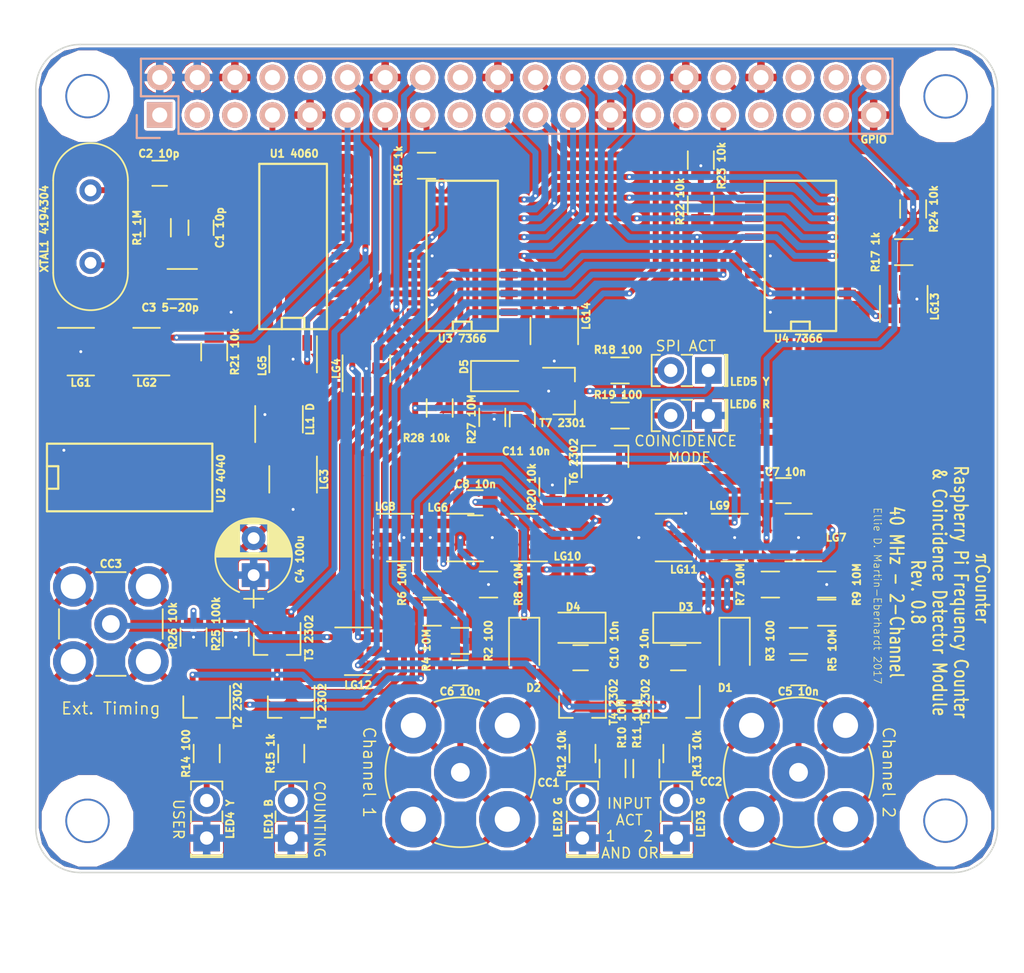
<source format=kicad_pcb>
(kicad_pcb (version 20171130) (host pcbnew 5.0.2+dfsg1-1)
  (layers (0 F.Cu signal) (31 B.Cu signal) (34 B.Paste user) (35 F.Paste user) (36 B.SilkS user) (37 F.SilkS user) (38 B.Mask user) (39 F.Mask user) (44 Edge.Cuts user))
  (net 0 "")
  (net 1 GND)
  (net 2 /ID_SD_EEPROM)
  (net 3 /ID_SC_EEPROM)
  (net 4 /P3V3_HAT)
  (net 5 /P5V_HAT)
  (module Resistors_SMD:R_0805 (layer F.Cu) (at 90.603 81.592 90)
    (fp_text reference "R21 10k" (at 0 1.397 90) (layer F.SilkS) (effects (font (size 0.5 0.5) (thickness 0.125))))
    (fp_text value R_0805)
    (pad 1 smd rect (at -0.95 0 90) (size 0.7 1.3) (layers F.Cu F.Paste F.Mask) (net 1 GND))
    (pad 2 smd rect (at 0.95 0 90) (size 0.7 1.3) (layers F.Cu F.Paste F.Mask))
  )
  (module Capacitors_SMD:C_0805 (layer F.Cu) (at 111.431 86.164 90)
    (fp_text reference "C11 10n" (at -2.159 0.254 180) (layer F.SilkS) (effects (font (size 0.5 0.5) (thickness 0.125))))
    (fp_text value C_0805)
    (pad 1 smd rect (at -1 0 90) (size 1 1.25) (layers F.Cu F.Paste F.Mask) (net 5 /P5V_HAT))
    (pad 2 smd rect (at 1 0 90) (size 1 1.25) (layers F.Cu F.Paste F.Mask))
  )
  (module Resistors_SMD:R_0805 (layer F.Cu) (at 109.399 86.037 90)
    (fp_text reference "R27 10M" (at -0.127 -1.397 90) (layer F.SilkS) (effects (font (size 0.5 0.5) (thickness 0.125))))
    (fp_text value R_0805)
    (pad 1 smd rect (at -0.95 0 90) (size 0.7 1.3) (layers F.Cu F.Paste F.Mask) (net 5 /P5V_HAT))
    (pad 2 smd rect (at 0.95 0 90) (size 0.7 1.3) (layers F.Cu F.Paste F.Mask))
  )
  (module Diodes_SMD:D_1206 (layer F.Cu) (at 110.161 83.243)
    (fp_text reference D5 (at -2.667 -0.635 90) (layer F.SilkS) (effects (font (size 0.5 0.5) (thickness 0.125))))
    (fp_text value D_1206)
    (pad 1 smd rect (at -1.5 0) (size 1 1.6) (layers F.Cu F.Paste F.Mask))
    (pad 2 smd rect (at 1.5 0) (size 1 1.6) (layers F.Cu F.Paste F.Mask))
  )
  (module TO_SOT_Packages_SMD:SOT-23 (layer F.Cu) (at 114.225 84.259)
    (fp_text reference "T7 2301" (at -0.0635 2.159) (layer F.SilkS) (effects (font (size 0.5 0.5) (thickness 0.125))))
    (fp_text value SOT-23)
    (pad 1 smd rect (at -1 -0.95) (size 0.9 0.8) (layers F.Cu F.Paste F.Mask))
    (pad 2 smd rect (at -1 0.95) (size 0.9 0.8) (layers F.Cu F.Paste F.Mask) (net 5 /P5V_HAT))
    (pad 3 smd rect (at 1 0) (size 0.9 0.8) (layers F.Cu F.Paste F.Mask))
  )
  (module Resistors_SMD:R_0805 (layer F.Cu) (at 137.847 71.94 90)
    (fp_text reference "R24 10k" (at 0 1.397 90) (layer F.SilkS) (effects (font (size 0.5 0.5) (thickness 0.125))))
    (fp_text value R_0805)
    (pad 1 smd rect (at -0.95 0 90) (size 0.7 1.3) (layers F.Cu F.Paste F.Mask) (net 1 GND))
    (pad 2 smd rect (at 0.95 0 90) (size 0.7 1.3) (layers F.Cu F.Paste F.Mask))
  )
  (module Resistors_SMD:R_0805 (layer F.Cu) (at 123.496 71.686 270)
    (fp_text reference "R22 10k" (at -0.254 1.397 270) (layer F.SilkS) (effects (font (size 0.5 0.5) (thickness 0.125))))
    (fp_text value R_0805)
    (pad 1 smd rect (at -0.95 0 270) (size 0.7 1.3) (layers F.Cu F.Paste F.Mask) (net 5 /P5V_HAT))
    (pad 2 smd rect (at 0.95 0 270) (size 0.7 1.3) (layers F.Cu F.Paste F.Mask))
  )
  (module Resistors_SMD:R_0805 (layer F.Cu) (at 123.496 68.638 90)
    (fp_text reference "R23 10k" (at -0.381 1.397 90) (layer F.SilkS) (effects (font (size 0.5 0.5) (thickness 0.125))))
    (fp_text value R_0805)
    (pad 1 smd rect (at -0.95 0 90) (size 0.7 1.3) (layers F.Cu F.Paste F.Mask) (net 5 /P5V_HAT))
    (pad 2 smd rect (at 0.95 0 90) (size 0.7 1.3) (layers F.Cu F.Paste F.Mask))
  )
  (module Resistors_SMD:R_0805 (layer F.Cu) (at 105.843 85.402 90)
    (fp_text reference "R28 10k" (at -2.032 -0.889 180) (layer F.SilkS) (effects (font (size 0.5 0.5) (thickness 0.125))))
    (fp_text value R_0805)
    (pad 1 smd rect (at -0.95 0 90) (size 0.7 1.3) (layers F.Cu F.Paste F.Mask) (net 1 GND))
    (pad 2 smd rect (at 0.95 0 90) (size 0.7 1.3) (layers F.Cu F.Paste F.Mask))
  )
  (module Resistors_SMD:R_0805 (layer F.Cu) (at 117.527 109.786 270)
    (fp_text reference "R10 10M" (at -3.048 -0.635 270) (layer F.SilkS) (effects (font (size 0.5 0.5) (thickness 0.125))))
    (fp_text value R_0805)
    (pad 1 smd rect (at -0.95 0 270) (size 0.7 1.3) (layers F.Cu F.Paste F.Mask))
    (pad 2 smd rect (at 0.95 0 270) (size 0.7 1.3) (layers F.Cu F.Paste F.Mask) (net 1 GND))
  )
  (module Resistors_SMD:R_0805 (layer F.Cu) (at 119.813 109.786 270)
    (fp_text reference "R11 10M" (at -3.048 0.635 270) (layer F.SilkS) (effects (font (size 0.5 0.5) (thickness 0.125))))
    (fp_text value R_0805)
    (pad 1 smd rect (at -0.95 0 270) (size 0.7 1.3) (layers F.Cu F.Paste F.Mask))
    (pad 2 smd rect (at 0.95 0 270) (size 0.7 1.3) (layers F.Cu F.Paste F.Mask) (net 1 GND))
  )
  (module Resistors_SMD:R_0805 (layer F.Cu) (at 113.463 90.736 90)
    (fp_text reference "R20 10k" (at 0 -1.397 90) (layer F.SilkS) (effects (font (size 0.5 0.5) (thickness 0.125))))
    (fp_text value R_0805)
    (pad 1 smd rect (at -0.95 0 90) (size 0.7 1.3) (layers F.Cu F.Paste F.Mask) (net 5 /P5V_HAT))
    (pad 2 smd rect (at 0.95 0 90) (size 0.7 1.3) (layers F.Cu F.Paste F.Mask))
  )
  (module TO_SOT_Packages_SMD:SOT-23-6 (layer F.Cu) (at 113.59 80.195 270)
    (fp_text reference LG14 (at -1.016 -2.159 270) (layer F.SilkS) (effects (font (size 0.5 0.5) (thickness 0.125))))
    (fp_text value SOT-23-6)
    (pad 1 smd rect (at -1.1 -0.95 270) (size 1.06 0.65) (layers F.Cu F.Paste F.Mask) (net 1 GND))
    (pad 2 smd rect (at -1.1 0 270) (size 1.06 0.65) (layers F.Cu F.Paste F.Mask) (net 1 GND))
    (pad 3 smd rect (at -1.1 0.95 270) (size 1.06 0.65) (layers F.Cu F.Paste F.Mask))
    (pad 4 smd rect (at 1.1 0.95 270) (size 1.06 0.65) (layers F.Cu F.Paste F.Mask))
    (pad 6 smd rect (at 1.1 -0.95 270) (size 1.06 0.65) (layers F.Cu F.Paste F.Mask))
    (pad 5 smd rect (at 1.1 0 270) (size 1.06 0.65) (layers F.Cu F.Paste F.Mask) (net 5 /P5V_HAT))
  )
  (module Resistors_SMD:R_0805 (layer F.Cu) (at 118.035 82.862)
    (fp_text reference "R18 100" (at -0.127 -1.397) (layer F.SilkS) (effects (font (size 0.5 0.5) (thickness 0.125))))
    (fp_text value R_0805)
    (pad 1 smd rect (at -0.95 0) (size 0.7 1.3) (layers F.Cu F.Paste F.Mask))
    (pad 2 smd rect (at 0.95 0) (size 0.7 1.3) (layers F.Cu F.Paste F.Mask))
  )
  (module LEDs:LED_Rectangular_W5.0mm_H2.0mm (layer F.Cu) (at 124.004 82.862 180)
    (fp_text reference "LED5 Y" (at -2.794 -0.762 180) (layer F.SilkS) (effects (font (size 0.5 0.5) (thickness 0.125))))
    (fp_text value LED_Rectangular_W5.0mm_H2.0mm)
    (pad 1 thru_hole rect (at 0 0 180) (size 1.8 1.8) (drill 0.9) (layers *.Cu *.Mask))
    (pad 2 thru_hole circle (at 2.54 0 180) (size 1.8 1.8) (drill 0.9) (layers *.Cu *.Mask))
  )
  (module Symbols:OSHW-Logo_7.5x8mm_Copper (layer F.Cu) (at 137.212 85.656 270)
    (fp_text reference REF*** hide)
    (fp_text value OSHW-Logo_7.5x8mm_Copper hide)
  )
  (module Resistors_SMD:R_0805 (layer F.Cu) (at 118.035 85.91 180)
    (fp_text reference "R19 100" (at 0.127 1.397 180) (layer F.SilkS) (effects (font (size 0.5 0.5) (thickness 0.125))))
    (fp_text value R_0805)
    (pad 1 smd rect (at -0.95 0 180) (size 0.7 1.3) (layers F.Cu F.Paste F.Mask))
    (pad 2 smd rect (at 0.95 0 180) (size 0.7 1.3) (layers F.Cu F.Paste F.Mask))
  )
  (module TO_SOT_Packages_SMD:SOT-23 (layer F.Cu) (at 117.019 88.704 90)
    (fp_text reference "T6 2302" (at -0.312 -2.107 90) (layer F.SilkS) (effects (font (size 0.5 0.5) (thickness 0.125))))
    (fp_text value SOT-23)
    (pad 1 smd rect (at -1 -0.95 90) (size 0.9 0.8) (layers F.Cu F.Paste F.Mask))
    (pad 2 smd rect (at -1 0.95 90) (size 0.9 0.8) (layers F.Cu F.Paste F.Mask))
    (pad 3 smd rect (at 1 0 90) (size 0.9 0.8) (layers F.Cu F.Paste F.Mask))
  )
  (module LEDs:LED_Rectangular_W5.0mm_H2.0mm (layer F.Cu) (at 124.004 85.91 180)
    (fp_text reference "LED6 R" (at -2.794 0.762 180) (layer F.SilkS) (effects (font (size 0.5 0.5) (thickness 0.125))))
    (fp_text value LED_Rectangular_W5.0mm_H2.0mm)
    (pad 1 thru_hole rect (at 0 0 180) (size 1.8 1.8) (drill 0.9) (layers *.Cu *.Mask) (net 5 /P5V_HAT))
    (pad 2 thru_hole circle (at 2.54 0 180) (size 1.8 1.8) (drill 0.9) (layers *.Cu *.Mask))
  )
  (module TO_SOT_Packages_SMD:SOT-23-6 (layer F.Cu) (at 121.337 94.165 180)
    (fp_text reference LG11 (at -1.016 -2.159 180) (layer F.SilkS) (effects (font (size 0.5 0.5) (thickness 0.125))))
    (fp_text value SOT-23-6)
    (pad 1 smd rect (at -1.1 -0.95 180) (size 1.06 0.65) (layers F.Cu F.Paste F.Mask))
    (pad 2 smd rect (at -1.1 0 180) (size 1.06 0.65) (layers F.Cu F.Paste F.Mask) (net 1 GND))
    (pad 3 smd rect (at -1.1 0.95 180) (size 1.06 0.65) (layers F.Cu F.Paste F.Mask) (net 5 /P5V_HAT))
    (pad 4 smd rect (at 1.1 0.95 180) (size 1.06 0.65) (layers F.Cu F.Paste F.Mask))
    (pad 6 smd rect (at 1.1 -0.95 180) (size 1.06 0.65) (layers F.Cu F.Paste F.Mask))
    (pad 5 smd rect (at 1.1 0 180) (size 1.06 0.65) (layers F.Cu F.Paste F.Mask) (net 5 /P5V_HAT))
  )
  (module TO_SOT_Packages_SMD:SOT-23-6 (layer F.Cu) (at 111.558 94.165 180)
    (fp_text reference LG10 (at -2.921 -1.27 180) (layer F.SilkS) (effects (font (size 0.5 0.5) (thickness 0.125))))
    (fp_text value SOT-23-6)
    (pad 1 smd rect (at -1.1 -0.95 180) (size 1.06 0.65) (layers F.Cu F.Paste F.Mask) (net 1 GND))
    (pad 2 smd rect (at -1.1 0 180) (size 1.06 0.65) (layers F.Cu F.Paste F.Mask) (net 1 GND))
    (pad 3 smd rect (at -1.1 0.95 180) (size 1.06 0.65) (layers F.Cu F.Paste F.Mask))
    (pad 4 smd rect (at 1.1 0.95 180) (size 1.06 0.65) (layers F.Cu F.Paste F.Mask))
    (pad 6 smd rect (at 1.1 -0.95 180) (size 1.06 0.65) (layers F.Cu F.Paste F.Mask))
    (pad 5 smd rect (at 1.1 0 180) (size 1.06 0.65) (layers F.Cu F.Paste F.Mask) (net 5 /P5V_HAT))
  )
  (module Resistors_SMD:R_0805 (layer F.Cu) (at 104.954 69.019 180)
    (fp_text reference "R16 1k" (at 1.905 0 270) (layer F.SilkS) (effects (font (size 0.5 0.5) (thickness 0.125))))
    (fp_text value R_0805)
    (pad 1 smd rect (at -0.95 0 180) (size 0.7 1.3) (layers F.Cu F.Paste F.Mask))
    (pad 2 smd rect (at 0.95 0 180) (size 0.7 1.3) (layers F.Cu F.Paste F.Mask))
  )
  (module Resistors_SMD:R_0805 (layer F.Cu) (at 137.212 74.861 180)
    (fp_text reference "R17 1k" (at 1.905 0 270) (layer F.SilkS) (effects (font (size 0.5 0.5) (thickness 0.125))))
    (fp_text value R_0805)
    (pad 1 smd rect (at -0.95 0 180) (size 0.7 1.3) (layers F.Cu F.Paste F.Mask))
    (pad 2 smd rect (at 0.95 0 180) (size 0.7 1.3) (layers F.Cu F.Paste F.Mask))
  )
  (module Resistors_SMD:R_0805 (layer F.Cu) (at 128.195 97.34)
    (fp_text reference "R7 10M" (at -2.032 0 90) (layer F.SilkS) (effects (font (size 0.5 0.5) (thickness 0.125))))
    (fp_text value R_0805)
    (pad 1 smd rect (at -0.95 0) (size 0.7 1.3) (layers F.Cu F.Paste F.Mask))
    (pad 2 smd rect (at 0.95 0) (size 0.7 1.3) (layers F.Cu F.Paste F.Mask))
  )
  (module Resistors_SMD:R_0805 (layer F.Cu) (at 132.005 97.34)
    (fp_text reference "R9 10M" (at 2.032 0 90) (layer F.SilkS) (effects (font (size 0.5 0.5) (thickness 0.125))))
    (fp_text value R_0805)
    (pad 1 smd rect (at -0.95 0) (size 0.7 1.3) (layers F.Cu F.Paste F.Mask))
    (pad 2 smd rect (at 0.95 0) (size 0.7 1.3) (layers F.Cu F.Paste F.Mask) (net 5 /P5V_HAT))
  )
  (module Resistors_SMD:R_0805 (layer F.Cu) (at 132.005 99.245)
    (fp_text reference "R5 10M" (at 0.381 2.54 90) (layer F.SilkS) (effects (font (size 0.5 0.5) (thickness 0.125))))
    (fp_text value R_0805)
    (pad 1 smd rect (at -0.95 0) (size 0.7 1.3) (layers F.Cu F.Paste F.Mask))
    (pad 2 smd rect (at 0.95 0) (size 0.7 1.3) (layers F.Cu F.Paste F.Mask) (net 1 GND))
  )
  (module Resistors_SMD:R_0805 (layer F.Cu) (at 130.1 101.15 180)
    (fp_text reference "R3 100" (at 1.905 0 270) (layer F.SilkS) (effects (font (size 0.5 0.5) (thickness 0.125))))
    (fp_text value R_0805)
    (pad 1 smd rect (at -0.95 0 180) (size 0.7 1.3) (layers F.Cu F.Paste F.Mask))
    (pad 2 smd rect (at 0.95 0 180) (size 0.7 1.3) (layers F.Cu F.Paste F.Mask))
  )
  (module Capacitors_SMD:C_0805 (layer F.Cu) (at 130.1 103.309)
    (fp_text reference "C5 10n" (at -0.0115 1.2645) (layer F.SilkS) (effects (font (size 0.5 0.5) (thickness 0.125))))
    (fp_text value C_0805)
    (pad 1 smd rect (at -1 0) (size 1 1.25) (layers F.Cu F.Paste F.Mask))
    (pad 2 smd rect (at 1 0) (size 1 1.25) (layers F.Cu F.Paste F.Mask))
  )
  (module Resistors_SMD:R_0805 (layer F.Cu) (at 89.206 100.896 270)
    (fp_text reference "R26 10k" (at -0.762 1.397 270) (layer F.SilkS) (effects (font (size 0.5 0.5) (thickness 0.125))))
    (fp_text value R_0805)
    (pad 1 smd rect (at -0.95 0 270) (size 0.7 1.3) (layers F.Cu F.Paste F.Mask))
    (pad 2 smd rect (at 0.95 0 270) (size 0.7 1.3) (layers F.Cu F.Paste F.Mask) (net 5 /P5V_HAT))
  )
  (module Resistors_SMD:R_0805 (layer F.Cu) (at 92.0635 100.896 270)
    (fp_text reference "R25 100k" (at -0.889 1.3335 270) (layer F.SilkS) (effects (font (size 0.5 0.5) (thickness 0.125))))
    (fp_text value R_0805)
    (pad 1 smd rect (at -0.95 0 270) (size 0.7 1.3) (layers F.Cu F.Paste F.Mask))
    (pad 2 smd rect (at 0.95 0 270) (size 0.7 1.3) (layers F.Cu F.Paste F.Mask) (net 5 /P5V_HAT))
  )
  (module TO_SOT_Packages_SMD:SOT-23-5 (layer F.Cu) (at 94.9845 86.164 90)
    (fp_text reference "LL1 D" (at 0 2.0955 90) (layer F.SilkS) (effects (font (size 0.5 0.5) (thickness 0.125))))
    (fp_text value SOT-23-5)
    (pad 1 smd rect (at -1.1 -0.95 90) (size 1.06 0.65) (layers F.Cu F.Paste F.Mask))
    (pad 2 smd rect (at -1.1 0 90) (size 1.06 0.65) (layers F.Cu F.Paste F.Mask))
    (pad 3 smd rect (at -1.1 0.95 90) (size 1.06 0.65) (layers F.Cu F.Paste F.Mask) (net 1 GND))
    (pad 4 smd rect (at 1.1 0.95 90) (size 1.06 0.65) (layers F.Cu F.Paste F.Mask))
    (pad 5 smd rect (at 1.1 -0.95 90) (size 1.06 0.65) (layers F.Cu F.Paste F.Mask) (net 5 /P5V_HAT))
  )
  (module Resistors_SMD:R_0805 (layer F.Cu) (at 90.095 108.77 270)
    (fp_text reference "R14 100" (at 0 1.397 270) (layer F.SilkS) (effects (font (size 0.5 0.5) (thickness 0.125))))
    (fp_text value R_0805)
    (pad 1 smd rect (at -0.95 0 270) (size 0.7 1.3) (layers F.Cu F.Paste F.Mask))
    (pad 2 smd rect (at 0.95 0 270) (size 0.7 1.3) (layers F.Cu F.Paste F.Mask))
  )
  (module Resistors_SMD:R_0805 (layer F.Cu) (at 95.81 108.77 270)
    (fp_text reference "R15 1k" (at 0 1.397 270) (layer F.SilkS) (effects (font (size 0.5 0.5) (thickness 0.125))))
    (fp_text value R_0805)
    (pad 1 smd rect (at -0.95 0 270) (size 0.7 1.3) (layers F.Cu F.Paste F.Mask))
    (pad 2 smd rect (at 0.95 0 270) (size 0.7 1.3) (layers F.Cu F.Paste F.Mask))
  )
  (module Resistors_SMD:R_0805 (layer F.Cu) (at 86.793 73.21 270)
    (fp_text reference "R1 1M" (at 0 1.397 270) (layer F.SilkS) (effects (font (size 0.5 0.5) (thickness 0.125))))
    (fp_text value R_0805)
    (pad 1 smd rect (at -0.95 0 270) (size 0.7 1.3) (layers F.Cu F.Paste F.Mask))
    (pad 2 smd rect (at 0.95 0 270) (size 0.7 1.3) (layers F.Cu F.Paste F.Mask))
  )
  (module Resistors_SMD:R_0805 (layer F.Cu) (at 121.845 108.77 270)
    (fp_text reference "R13 10k" (at 0 -1.397 270) (layer F.SilkS) (effects (font (size 0.5 0.5) (thickness 0.125))))
    (fp_text value R_0805)
    (pad 1 smd rect (at -0.95 0 270) (size 0.7 1.3) (layers F.Cu F.Paste F.Mask))
    (pad 2 smd rect (at 0.95 0 270) (size 0.7 1.3) (layers F.Cu F.Paste F.Mask))
  )
  (module Resistors_SMD:R_0805 (layer F.Cu) (at 115.495 108.77 270)
    (fp_text reference "R12 10k" (at 0 1.397 270) (layer F.SilkS) (effects (font (size 0.5 0.5) (thickness 0.125))))
    (fp_text value R_0805)
    (pad 1 smd rect (at -0.95 0 270) (size 0.7 1.3) (layers F.Cu F.Paste F.Mask))
    (pad 2 smd rect (at 0.95 0 270) (size 0.7 1.3) (layers F.Cu F.Paste F.Mask))
  )
  (module Connectors:bnc-ci (layer F.Cu) (at 107.24 110.04)
    (fp_text reference CC1 (at 5.969 0.6985) (layer F.SilkS) (effects (font (size 0.5 0.5) (thickness 0.125))))
    (fp_text value bnc-ci)
    (pad 2 thru_hole circle (at -3.175 -3.175) (size 3.81 3.81) (drill 1.7) (layers *.Cu *.Mask) (net 1 GND))
    (pad 1 thru_hole circle (at 0 0) (size 3.556 3.556) (drill 1.27) (layers *.Cu *.Mask))
    (pad 2 thru_hole circle (at 3.175 -3.175) (size 3.81 3.81) (drill 1.7) (layers *.Cu *.Mask) (net 1 GND))
    (pad 2 thru_hole circle (at -3.175 3.175) (size 3.81 3.81) (drill 1.7) (layers *.Cu *.Mask) (net 1 GND))
    (pad 2 thru_hole circle (at 3.175 3.175) (size 3.81 3.81) (drill 1.7) (layers *.Cu *.Mask) (net 1 GND))
  )
  (module Resistors_SMD:R_0805 (layer F.Cu) (at 105.335 97.34 180)
    (fp_text reference "R6 10M" (at 2.032 0 270) (layer F.SilkS) (effects (font (size 0.5 0.5) (thickness 0.125))))
    (fp_text value R_0805)
    (pad 1 smd rect (at -0.95 0 180) (size 0.7 1.3) (layers F.Cu F.Paste F.Mask))
    (pad 2 smd rect (at 0.95 0 180) (size 0.7 1.3) (layers F.Cu F.Paste F.Mask))
  )
  (module Resistors_SMD:R_0805 (layer F.Cu) (at 105.335 99.245 180)
    (fp_text reference "R4 10M" (at 0.381 -2.54 270) (layer F.SilkS) (effects (font (size 0.5 0.5) (thickness 0.125))))
    (fp_text value R_0805)
    (pad 1 smd rect (at -0.95 0 180) (size 0.7 1.3) (layers F.Cu F.Paste F.Mask))
    (pad 2 smd rect (at 0.95 0 180) (size 0.7 1.3) (layers F.Cu F.Paste F.Mask) (net 1 GND))
  )
  (module Resistors_SMD:R_0805 (layer F.Cu) (at 109.145 97.34 180)
    (fp_text reference "R8 10M" (at -2.032 0 270) (layer F.SilkS) (effects (font (size 0.5 0.5) (thickness 0.125))))
    (fp_text value R_0805)
    (pad 1 smd rect (at -0.95 0 180) (size 0.7 1.3) (layers F.Cu F.Paste F.Mask) (net 5 /P5V_HAT))
    (pad 2 smd rect (at 0.95 0 180) (size 0.7 1.3) (layers F.Cu F.Paste F.Mask))
  )
  (module Capacitors_SMD:C_0805 (layer F.Cu) (at 107.24 103.309)
    (fp_text reference "C6 10n" (at -0.0115 1.2645) (layer F.SilkS) (effects (font (size 0.5 0.5) (thickness 0.125))))
    (fp_text value C_0805)
    (pad 1 smd rect (at -1 0) (size 1 1.25) (layers F.Cu F.Paste F.Mask))
    (pad 2 smd rect (at 1 0) (size 1 1.25) (layers F.Cu F.Paste F.Mask))
  )
  (module SMD_Packages:SOIC-14_N (layer F.Cu) (at 130.1 75.115 90)
    (fp_text reference "U4 7366" (at -5.588 0 180) (layer F.SilkS) (effects (font (size 0.5 0.5) (thickness 0.125))))
    (fp_text value SOIC-14_N)
    (pad 1 smd rect (at -3.81 3.302 90) (size 0.508 1.143) (layers F.Cu F.Paste F.Mask))
    (pad 2 smd rect (at -2.54 3.302 90) (size 0.508 1.143) (layers F.Cu F.Paste F.Mask) (net 1 GND))
    (pad 3 smd rect (at -1.27 3.302 90) (size 0.508 1.143) (layers F.Cu F.Paste F.Mask) (net 1 GND))
    (pad 4 smd rect (at 0 3.302 90) (size 0.508 1.143) (layers F.Cu F.Paste F.Mask))
    (pad 5 smd rect (at 1.27 3.302 90) (size 0.508 1.143) (layers F.Cu F.Paste F.Mask))
    (pad 6 smd rect (at 2.54 3.302 90) (size 0.508 1.143) (layers F.Cu F.Paste F.Mask))
    (pad 7 smd rect (at 3.81 3.302 90) (size 0.508 1.143) (layers F.Cu F.Paste F.Mask))
    (pad 8 smd rect (at 3.81 -3.048 90) (size 0.508 1.143) (layers F.Cu F.Paste F.Mask))
    (pad 9 smd rect (at 2.54 -3.048 90) (size 0.508 1.143) (layers F.Cu F.Paste F.Mask))
    (pad 11 smd rect (at 0 -3.048 90) (size 0.508 1.143) (layers F.Cu F.Paste F.Mask) (net 5 /P5V_HAT))
    (pad 12 smd rect (at -1.27 -3.048 90) (size 0.508 1.143) (layers F.Cu F.Paste F.Mask))
    (pad 13 smd rect (at -2.54 -3.048 90) (size 0.508 1.143) (layers F.Cu F.Paste F.Mask))
    (pad 14 smd rect (at -3.81 -3.048 90) (size 0.508 1.143) (layers F.Cu F.Paste F.Mask) (net 5 /P5V_HAT))
    (pad 10 smd rect (at 1.27 -3.048 90) (size 0.508 1.143) (layers F.Cu F.Paste F.Mask))
  )
  (module SMD_Packages:SOIC-14_N (layer F.Cu) (at 107.24 75.115 90)
    (fp_text reference "U3 7366" (at -5.588 0.127 180) (layer F.SilkS) (effects (font (size 0.5 0.5) (thickness 0.125))))
    (fp_text value SOIC-14_N)
    (pad 1 smd rect (at -3.81 3.302 90) (size 0.508 1.143) (layers F.Cu F.Paste F.Mask))
    (pad 2 smd rect (at -2.54 3.302 90) (size 0.508 1.143) (layers F.Cu F.Paste F.Mask) (net 1 GND))
    (pad 3 smd rect (at -1.27 3.302 90) (size 0.508 1.143) (layers F.Cu F.Paste F.Mask) (net 1 GND))
    (pad 4 smd rect (at 0 3.302 90) (size 0.508 1.143) (layers F.Cu F.Paste F.Mask))
    (pad 5 smd rect (at 1.27 3.302 90) (size 0.508 1.143) (layers F.Cu F.Paste F.Mask))
    (pad 6 smd rect (at 2.54 3.302 90) (size 0.508 1.143) (layers F.Cu F.Paste F.Mask))
    (pad 7 smd rect (at 3.81 3.302 90) (size 0.508 1.143) (layers F.Cu F.Paste F.Mask))
    (pad 8 smd rect (at 3.81 -3.048 90) (size 0.508 1.143) (layers F.Cu F.Paste F.Mask))
    (pad 9 smd rect (at 2.54 -3.048 90) (size 0.508 1.143) (layers F.Cu F.Paste F.Mask))
    (pad 11 smd rect (at 0 -3.048 90) (size 0.508 1.143) (layers F.Cu F.Paste F.Mask) (net 5 /P5V_HAT))
    (pad 12 smd rect (at -1.27 -3.048 90) (size 0.508 1.143) (layers F.Cu F.Paste F.Mask))
    (pad 13 smd rect (at -2.54 -3.048 90) (size 0.508 1.143) (layers F.Cu F.Paste F.Mask))
    (pad 14 smd rect (at -3.81 -3.048 90) (size 0.508 1.143) (layers F.Cu F.Paste F.Mask) (net 5 /P5V_HAT))
    (pad 10 smd rect (at 1.27 -3.048 90) (size 0.508 1.143) (layers F.Cu F.Paste F.Mask))
  )
  (module TO_SOT_Packages_SMD:SOT-23-6 (layer F.Cu) (at 95.937 82.1 270)
    (fp_text reference LG5 (at 0.45 2.084 270) (layer F.SilkS) (effects (font (size 0.5 0.5) (thickness 0.125))))
    (fp_text value SOT-23-6)
    (pad 1 smd rect (at -1.1 -0.95 270) (size 1.06 0.65) (layers F.Cu F.Paste F.Mask))
    (pad 2 smd rect (at -1.1 0 270) (size 1.06 0.65) (layers F.Cu F.Paste F.Mask) (net 1 GND))
    (pad 3 smd rect (at -1.1 0.95 270) (size 1.06 0.65) (layers F.Cu F.Paste F.Mask))
    (pad 4 smd rect (at 1.1 0.95 270) (size 1.06 0.65) (layers F.Cu F.Paste F.Mask))
    (pad 6 smd rect (at 1.1 -0.95 270) (size 1.06 0.65) (layers F.Cu F.Paste F.Mask))
    (pad 5 smd rect (at 1.1 0 270) (size 1.06 0.65) (layers F.Cu F.Paste F.Mask) (net 5 /P5V_HAT))
  )
  (module Diodes_SMD:D_1206 (layer F.Cu) (at 111.558 101.785 270)
    (fp_text reference D2 (at 2.54 -0.635) (layer F.SilkS) (effects (font (size 0.5 0.5) (thickness 0.125))))
    (fp_text value D_1206)
    (pad 1 smd rect (at -1.5 0 270) (size 1 1.6) (layers F.Cu F.Paste F.Mask))
    (pad 2 smd rect (at 1.5 0 270) (size 1 1.6) (layers F.Cu F.Paste F.Mask) (net 1 GND))
  )
  (module Diodes_SMD:D_1206 (layer F.Cu) (at 125.782 101.785 270)
    (fp_text reference D1 (at 2.54 0.635) (layer F.SilkS) (effects (font (size 0.5 0.5) (thickness 0.125))))
    (fp_text value D_1206)
    (pad 1 smd rect (at -1.5 0 270) (size 1 1.6) (layers F.Cu F.Paste F.Mask))
    (pad 2 smd rect (at 1.5 0 270) (size 1 1.6) (layers F.Cu F.Paste F.Mask) (net 1 GND))
  )
  (module Diodes_SMD:D_1206 (layer F.Cu) (at 122.48 100.261)
    (fp_text reference D3 (at 0 -1.397) (layer F.SilkS) (effects (font (size 0.5 0.5) (thickness 0.125))))
    (fp_text value D_1206)
    (pad 1 smd rect (at -1.5 0) (size 1 1.6) (layers F.Cu F.Paste F.Mask))
    (pad 2 smd rect (at 1.5 0) (size 1 1.6) (layers F.Cu F.Paste F.Mask))
  )
  (module Diodes_SMD:D_1206 (layer F.Cu) (at 114.86 100.261 180)
    (fp_text reference D4 (at 0 1.397 180) (layer F.SilkS) (effects (font (size 0.5 0.5) (thickness 0.125))))
    (fp_text value D_1206)
    (pad 1 smd rect (at -1.5 0 180) (size 1 1.6) (layers F.Cu F.Paste F.Mask))
    (pad 2 smd rect (at 1.5 0 180) (size 1 1.6) (layers F.Cu F.Paste F.Mask))
  )
  (module Capacitors_SMD:C_0805 (layer F.Cu) (at 129.084 90.99)
    (fp_text reference "C7 10n" (at 0.1385 -1.2645) (layer F.SilkS) (effects (font (size 0.5 0.5) (thickness 0.125))))
    (fp_text value C_0805)
    (pad 1 smd rect (at -1 0) (size 1 1.25) (layers F.Cu F.Paste F.Mask))
    (pad 2 smd rect (at 1 0) (size 1 1.25) (layers F.Cu F.Paste F.Mask))
  )
  (module Capacitors_SMD:C_0805 (layer F.Cu) (at 108.256 91.8155 180)
    (fp_text reference "C8 10n" (at -0.0115 1.2645 180) (layer F.SilkS) (effects (font (size 0.5 0.5) (thickness 0.125))))
    (fp_text value C_0805)
    (pad 1 smd rect (at -1 0 180) (size 1 1.25) (layers F.Cu F.Paste F.Mask))
    (pad 2 smd rect (at 1 0 180) (size 1 1.25) (layers F.Cu F.Paste F.Mask))
  )
  (module TO_SOT_Packages_SMD:SOT-23-6 (layer F.Cu) (at 125.782 94.165)
    (fp_text reference LG9 (at -1.016 -2.159) (layer F.SilkS) (effects (font (size 0.5 0.5) (thickness 0.125))))
    (fp_text value SOT-23-6)
    (pad 1 smd rect (at -1.1 -0.95) (size 1.06 0.65) (layers F.Cu F.Paste F.Mask))
    (pad 2 smd rect (at -1.1 0) (size 1.06 0.65) (layers F.Cu F.Paste F.Mask) (net 1 GND))
    (pad 3 smd rect (at -1.1 0.95) (size 1.06 0.65) (layers F.Cu F.Paste F.Mask) (net 1 GND))
    (pad 4 smd rect (at 1.1 0.95) (size 1.06 0.65) (layers F.Cu F.Paste F.Mask))
    (pad 6 smd rect (at 1.1 -0.95) (size 1.06 0.65) (layers F.Cu F.Paste F.Mask) (net 1 GND))
    (pad 5 smd rect (at 1.1 0) (size 1.06 0.65) (layers F.Cu F.Paste F.Mask) (net 5 /P5V_HAT))
  )
  (module TO_SOT_Packages_SMD:SOT-23-6 (layer F.Cu) (at 103.176 94.165)
    (fp_text reference LG8 (at -1.016 -2.0955) (layer F.SilkS) (effects (font (size 0.5 0.5) (thickness 0.125))))
    (fp_text value SOT-23-6)
    (pad 1 smd rect (at -1.1 -0.95) (size 1.06 0.65) (layers F.Cu F.Paste F.Mask))
    (pad 2 smd rect (at -1.1 0) (size 1.06 0.65) (layers F.Cu F.Paste F.Mask) (net 1 GND))
    (pad 3 smd rect (at -1.1 0.95) (size 1.06 0.65) (layers F.Cu F.Paste F.Mask) (net 1 GND))
    (pad 4 smd rect (at 1.1 0.95) (size 1.06 0.65) (layers F.Cu F.Paste F.Mask))
    (pad 6 smd rect (at 1.1 -0.95) (size 1.06 0.65) (layers F.Cu F.Paste F.Mask) (net 1 GND))
    (pad 5 smd rect (at 1.1 0) (size 1.06 0.65) (layers F.Cu F.Paste F.Mask) (net 5 /P5V_HAT))
  )
  (module TO_SOT_Packages_SMD:SOT-23-6 (layer F.Cu) (at 137.212 78.036 90)
    (fp_text reference LG13 (at -0.508 2.0955 90) (layer F.SilkS) (effects (font (size 0.5 0.5) (thickness 0.125))))
    (fp_text value SOT-23-6)
    (pad 1 smd rect (at -1.1 -0.95 90) (size 1.06 0.65) (layers F.Cu F.Paste F.Mask))
    (pad 2 smd rect (at -1.1 0 90) (size 1.06 0.65) (layers F.Cu F.Paste F.Mask) (net 1 GND))
    (pad 3 smd rect (at -1.1 0.95 90) (size 1.06 0.65) (layers F.Cu F.Paste F.Mask) (net 1 GND))
    (pad 4 smd rect (at 1.1 0.95 90) (size 1.06 0.65) (layers F.Cu F.Paste F.Mask))
    (pad 6 smd rect (at 1.1 -0.95 90) (size 1.06 0.65) (layers F.Cu F.Paste F.Mask) (net 1 GND))
    (pad 5 smd rect (at 1.1 0 90) (size 1.06 0.65) (layers F.Cu F.Paste F.Mask) (net 5 /P5V_HAT))
  )
  (module Capacitors_SMD:C_0805 (layer F.Cu) (at 121.972 102.293 180)
    (fp_text reference "C9 10n" (at 2.286 0.635 270) (layer F.SilkS) (effects (font (size 0.5 0.5) (thickness 0.125))))
    (fp_text value C_0805)
    (pad 1 smd rect (at -1 0 180) (size 1 1.25) (layers F.Cu F.Paste F.Mask) (net 1 GND))
    (pad 2 smd rect (at 1 0 180) (size 1 1.25) (layers F.Cu F.Paste F.Mask))
  )
  (module TO_SOT_Packages_SMD:SOT-23-6 (layer F.Cu) (at 130.1 94.165 180)
    (fp_text reference LG7 (at -2.54 0 180) (layer F.SilkS) (effects (font (size 0.5 0.5) (thickness 0.125))))
    (fp_text value SOT-23-6)
    (pad 1 smd rect (at -1.1 -0.95 180) (size 1.06 0.65) (layers F.Cu F.Paste F.Mask))
    (pad 2 smd rect (at -1.1 0 180) (size 1.06 0.65) (layers F.Cu F.Paste F.Mask) (net 1 GND))
    (pad 3 smd rect (at -1.1 0.95 180) (size 1.06 0.65) (layers F.Cu F.Paste F.Mask))
    (pad 4 smd rect (at 1.1 0.95 180) (size 1.06 0.65) (layers F.Cu F.Paste F.Mask))
    (pad 6 smd rect (at 1.1 -0.95 180) (size 1.06 0.65) (layers F.Cu F.Paste F.Mask))
    (pad 5 smd rect (at 1.1 0 180) (size 1.06 0.65) (layers F.Cu F.Paste F.Mask) (net 5 /P5V_HAT))
  )
  (module TO_SOT_Packages_SMD:SOT-23 (layer F.Cu) (at 90.095 105.595 270)
    (fp_text reference "T2 2302" (at -0.0635 -2.0955 270) (layer F.SilkS) (effects (font (size 0.5 0.5) (thickness 0.125))))
    (fp_text value SOT-23)
    (pad 1 smd rect (at -1 -0.95 270) (size 0.9 0.8) (layers F.Cu F.Paste F.Mask))
    (pad 2 smd rect (at -1 0.95 270) (size 0.9 0.8) (layers F.Cu F.Paste F.Mask))
    (pad 3 smd rect (at 1 0 270) (size 0.9 0.8) (layers F.Cu F.Paste F.Mask))
  )
  (module LEDs:LED_Rectangular_W5.0mm_H2.0mm (layer F.Cu) (at 90.095 114.485 90)
    (fp_text reference "LED4 Y" (at 1.27 1.5875 90) (layer F.SilkS) (effects (font (size 0.5 0.5) (thickness 0.125))))
    (fp_text value LED_Rectangular_W5.0mm_H2.0mm)
    (pad 1 thru_hole rect (at 0 0 90) (size 1.8 1.8) (drill 0.9) (layers *.Cu *.Mask) (net 5 /P5V_HAT))
    (pad 2 thru_hole circle (at 2.54 0 90) (size 1.8 1.8) (drill 0.9) (layers *.Cu *.Mask))
  )
  (module TO_SOT_Packages_SMD:SOT-23 (layer F.Cu) (at 95.81 105.595 270)
    (fp_text reference "T1 2302" (at 0 -2.0955 270) (layer F.SilkS) (effects (font (size 0.5 0.5) (thickness 0.125))))
    (fp_text value SOT-23)
    (pad 1 smd rect (at -1 -0.95 270) (size 0.9 0.8) (layers F.Cu F.Paste F.Mask))
    (pad 2 smd rect (at -1 0.95 270) (size 0.9 0.8) (layers F.Cu F.Paste F.Mask))
    (pad 3 smd rect (at 1 0 270) (size 0.9 0.8) (layers F.Cu F.Paste F.Mask))
  )
  (module LEDs:LED_Rectangular_W5.0mm_H2.0mm (layer F.Cu) (at 95.81 114.485 90)
    (fp_text reference "LED1 B" (at 1.27 -1.524 90) (layer F.SilkS) (effects (font (size 0.5 0.5) (thickness 0.125))))
    (fp_text value LED_Rectangular_W5.0mm_H2.0mm)
    (pad 1 thru_hole rect (at 0 0 90) (size 1.8 1.8) (drill 0.9) (layers *.Cu *.Mask) (net 5 /P5V_HAT))
    (pad 2 thru_hole circle (at 2.54 0 90) (size 1.8 1.8) (drill 0.9) (layers *.Cu *.Mask))
  )
  (module TO_SOT_Packages_SMD:SOT-23 (layer F.Cu) (at 94.8575 101.3405 270)
    (fp_text reference "T3 2302" (at -0.381 -2.159 270) (layer F.SilkS) (effects (font (size 0.5 0.5) (thickness 0.125))))
    (fp_text value SOT-23)
    (pad 1 smd rect (at -1 -0.95 270) (size 0.9 0.8) (layers F.Cu F.Paste F.Mask))
    (pad 2 smd rect (at -1 0.95 270) (size 0.9 0.8) (layers F.Cu F.Paste F.Mask) (net 1 GND))
    (pad 3 smd rect (at 1 0 270) (size 0.9 0.8) (layers F.Cu F.Paste F.Mask))
  )
  (module LEDs:LED_Rectangular_W5.0mm_H2.0mm (layer F.Cu) (at 121.845 114.485 90)
    (fp_text reference "LED3 G" (at 1.397 1.651 90) (layer F.SilkS) (effects (font (size 0.5 0.5) (thickness 0.125))))
    (fp_text value LED_Rectangular_W5.0mm_H2.0mm)
    (pad 1 thru_hole rect (at 0 0 90) (size 1.8 1.8) (drill 0.9) (layers *.Cu *.Mask) (net 5 /P5V_HAT))
    (pad 2 thru_hole circle (at 2.54 0 90) (size 1.8 1.8) (drill 0.9) (layers *.Cu *.Mask))
  )
  (module Socket_Strips:Socket_Strip_Straight_2x20 (layer B.Cu) (at 86.92 65.59)
    (fp_text reference GPIO (at 48.26 1.651) (layer F.SilkS) (effects (font (size 0.5 0.5) (thickness 0.125))))
    (fp_text value 40HAT)
    (pad 1 thru_hole rect (at 0 0) (size 1.7272 1.7272) (drill 1.016) (layers *.Cu *.Mask B.SilkS) (net 4 /P3V3_HAT))
    (pad 2 thru_hole oval (at 0 -2.54) (size 1.7272 1.7272) (drill 1.016) (layers *.Cu *.Mask B.SilkS) (net 5 /P5V_HAT))
    (pad 3 thru_hole oval (at 2.54 0) (size 1.7272 1.7272) (drill 1.016) (layers *.Cu *.Mask B.SilkS))
    (pad 4 thru_hole oval (at 2.54 -2.54) (size 1.7272 1.7272) (drill 1.016) (layers *.Cu *.Mask B.SilkS) (net 5 /P5V_HAT))
    (pad 5 thru_hole oval (at 5.08 0) (size 1.7272 1.7272) (drill 1.016) (layers *.Cu *.Mask B.SilkS))
    (pad 6 thru_hole oval (at 5.08 -2.54) (size 1.7272 1.7272) (drill 1.016) (layers *.Cu *.Mask B.SilkS) (net 1 GND))
    (pad 7 thru_hole oval (at 7.62 0) (size 1.7272 1.7272) (drill 1.016) (layers *.Cu *.Mask B.SilkS))
    (pad 8 thru_hole oval (at 7.62 -2.54) (size 1.7272 1.7272) (drill 1.016) (layers *.Cu *.Mask B.SilkS))
    (pad 9 thru_hole oval (at 10.16 0) (size 1.7272 1.7272) (drill 1.016) (layers *.Cu *.Mask B.SilkS) (net 1 GND))
    (pad 10 thru_hole oval (at 10.16 -2.54) (size 1.7272 1.7272) (drill 1.016) (layers *.Cu *.Mask B.SilkS))
    (pad 11 thru_hole oval (at 12.7 0) (size 1.7272 1.7272) (drill 1.016) (layers *.Cu *.Mask B.SilkS))
    (pad 12 thru_hole oval (at 12.7 -2.54) (size 1.7272 1.7272) (drill 1.016) (layers *.Cu *.Mask B.SilkS))
    (pad 13 thru_hole oval (at 15.24 0) (size 1.7272 1.7272) (drill 1.016) (layers *.Cu *.Mask B.SilkS))
    (pad 14 thru_hole oval (at 15.24 -2.54) (size 1.7272 1.7272) (drill 1.016) (layers *.Cu *.Mask B.SilkS) (net 1 GND))
    (pad 15 thru_hole oval (at 17.78 0) (size 1.7272 1.7272) (drill 1.016) (layers *.Cu *.Mask B.SilkS))
    (pad 16 thru_hole oval (at 17.78 -2.54) (size 1.7272 1.7272) (drill 1.016) (layers *.Cu *.Mask B.SilkS))
    (pad 17 thru_hole oval (at 20.32 0) (size 1.7272 1.7272) (drill 1.016) (layers *.Cu *.Mask B.SilkS))
    (pad 18 thru_hole oval (at 20.32 -2.54) (size 1.7272 1.7272) (drill 1.016) (layers *.Cu *.Mask B.SilkS))
    (pad 19 thru_hole oval (at 22.86 0) (size 1.7272 1.7272) (drill 1.016) (layers *.Cu *.Mask B.SilkS))
    (pad 20 thru_hole oval (at 22.86 -2.54) (size 1.7272 1.7272) (drill 1.016) (layers *.Cu *.Mask B.SilkS) (net 1 GND))
    (pad 21 thru_hole oval (at 25.4 0) (size 1.7272 1.7272) (drill 1.016) (layers *.Cu *.Mask B.SilkS))
    (pad 22 thru_hole oval (at 25.4 -2.54) (size 1.7272 1.7272) (drill 1.016) (layers *.Cu *.Mask B.SilkS))
    (pad 23 thru_hole oval (at 27.94 0) (size 1.7272 1.7272) (drill 1.016) (layers *.Cu *.Mask B.SilkS))
    (pad 24 thru_hole oval (at 27.94 -2.54) (size 1.7272 1.7272) (drill 1.016) (layers *.Cu *.Mask B.SilkS))
    (pad 25 thru_hole oval (at 30.48 0) (size 1.7272 1.7272) (drill 1.016) (layers *.Cu *.Mask B.SilkS) (net 1 GND))
    (pad 26 thru_hole oval (at 30.48 -2.54) (size 1.7272 1.7272) (drill 1.016) (layers *.Cu *.Mask B.SilkS))
    (pad 27 thru_hole oval (at 33.02 0) (size 1.7272 1.7272) (drill 1.016) (layers *.Cu *.Mask B.SilkS) (net 2 /ID_SD_EEPROM))
    (pad 28 thru_hole oval (at 33.02 -2.54) (size 1.7272 1.7272) (drill 1.016) (layers *.Cu *.Mask B.SilkS) (net 3 /ID_SC_EEPROM))
    (pad 29 thru_hole oval (at 35.56 0) (size 1.7272 1.7272) (drill 1.016) (layers *.Cu *.Mask B.SilkS))
    (pad 30 thru_hole oval (at 35.56 -2.54) (size 1.7272 1.7272) (drill 1.016) (layers *.Cu *.Mask B.SilkS) (net 1 GND))
    (pad 31 thru_hole oval (at 38.1 0) (size 1.7272 1.7272) (drill 1.016) (layers *.Cu *.Mask B.SilkS))
    (pad 32 thru_hole oval (at 38.1 -2.54) (size 1.7272 1.7272) (drill 1.016) (layers *.Cu *.Mask B.SilkS))
    (pad 33 thru_hole oval (at 40.64 0) (size 1.7272 1.7272) (drill 1.016) (layers *.Cu *.Mask B.SilkS))
    (pad 34 thru_hole oval (at 40.64 -2.54) (size 1.7272 1.7272) (drill 1.016) (layers *.Cu *.Mask B.SilkS) (net 1 GND))
    (pad 35 thru_hole oval (at 43.18 0) (size 1.7272 1.7272) (drill 1.016) (layers *.Cu *.Mask B.SilkS))
    (pad 36 thru_hole oval (at 43.18 -2.54) (size 1.7272 1.7272) (drill 1.016) (layers *.Cu *.Mask B.SilkS))
    (pad 37 thru_hole oval (at 45.72 0) (size 1.7272 1.7272) (drill 1.016) (layers *.Cu *.Mask B.SilkS))
    (pad 38 thru_hole oval (at 45.72 -2.54) (size 1.7272 1.7272) (drill 1.016) (layers *.Cu *.Mask B.SilkS))
    (pad 39 thru_hole oval (at 48.26 0) (size 1.7272 1.7272) (drill 1.016) (layers *.Cu *.Mask B.SilkS) (net 1 GND))
    (pad 40 thru_hole oval (at 48.26 -2.54) (size 1.7272 1.7272) (drill 1.016) (layers *.Cu *.Mask B.SilkS))
  )
  (module project_footprints:NPTH_3mm_ID (layer F.Cu) (at 82.04 64.31)
    (fp_text reference H1 hide)
    (fp_text value 3mm_Mounting_Hole)
    (pad "" np_thru_hole circle (at 0 0) (size 3 3) (drill 2.75) (layers *.Cu *.Mask) (clearance 1.6))
  )
  (module project_footprints:NPTH_3mm_ID (layer F.Cu) (at 140.04 64.33)
    (fp_text reference H2 hide)
    (fp_text value 3mm_Mounting_Hole)
    (pad "" np_thru_hole circle (at 0 0) (size 3 3) (drill 2.75) (layers *.Cu *.Mask) (clearance 1.6))
  )
  (module project_footprints:NPTH_3mm_ID (layer F.Cu) (at 82.04 113.32)
    (fp_text reference H3 hide)
    (fp_text value 3mm_Mounting_Hole)
    (pad "" np_thru_hole circle (at 0 0) (size 3 3) (drill 2.75) (layers *.Cu *.Mask) (clearance 1.6))
  )
  (module project_footprints:NPTH_3mm_ID (layer F.Cu) (at 140.03 113.31)
    (fp_text reference H4 hide)
    (fp_text value 3mm_Mounting_Hole)
    (pad "" np_thru_hole circle (at 0 0) (size 3 3) (drill 2.75) (layers *.Cu *.Mask) (clearance 1.6))
  )
  (module Crystals:Crystal_HC18-U_Vertical (layer F.Cu) (at 82.2452 70.6882 270)
    (fp_text reference "XTAL1 4194304" (at 2.5908 3.1242 270) (layer F.SilkS) (effects (font (size 0.5 0.5) (thickness 0.125))))
    (fp_text value Crystal_HC18-U_Vertical)
    (pad 1 thru_hole circle (at 0 0 270) (size 1.5 1.5) (drill 0.8) (layers *.Cu *.Mask))
    (pad 2 thru_hole circle (at 4.9 0 270) (size 1.5 1.5) (drill 0.8) (layers *.Cu *.Mask))
  )
  (module SMD_Packages:SO-16-N (layer F.Cu) (at 95.937 74.48 90)
    (fp_text reference "U1 4060" (at 6.281 0.075 180) (layer F.SilkS) (effects (font (size 0.5 0.5) (thickness 0.125))))
    (fp_text value SO-16-N)
    (pad 16 smd rect (at -4.445 -3.175 90) (size 0.508 1.143) (layers F.Cu F.Paste F.Mask) (net 5 /P5V_HAT))
    (pad 14 smd rect (at -1.905 -3.175 90) (size 0.508 1.143) (layers F.Cu F.Paste F.Mask))
    (pad 13 smd rect (at -0.635 -3.175 90) (size 0.508 1.143) (layers F.Cu F.Paste F.Mask))
    (pad 12 smd rect (at 0.635 -3.175 90) (size 0.508 1.143) (layers F.Cu F.Paste F.Mask) (net 1 GND))
    (pad 11 smd rect (at 1.905 -3.175 90) (size 0.508 1.143) (layers F.Cu F.Paste F.Mask))
    (pad 10 smd rect (at 3.175 -3.175 90) (size 0.508 1.143) (layers F.Cu F.Paste F.Mask))
    (pad 9 smd rect (at 4.445 -3.175 90) (size 0.508 1.143) (layers F.Cu F.Paste F.Mask))
    (pad 8 smd rect (at 4.445 3.175 90) (size 0.508 1.143) (layers F.Cu F.Paste F.Mask) (net 1 GND))
    (pad 7 smd rect (at 3.175 3.175 90) (size 0.508 1.143) (layers F.Cu F.Paste F.Mask))
    (pad 6 smd rect (at 1.905 3.175 90) (size 0.508 1.143) (layers F.Cu F.Paste F.Mask))
    (pad 5 smd rect (at 0.635 3.175 90) (size 0.508 1.143) (layers F.Cu F.Paste F.Mask))
    (pad 4 smd rect (at -0.635 3.175 90) (size 0.508 1.143) (layers F.Cu F.Paste F.Mask))
    (pad 3 smd rect (at -1.905 3.175 90) (size 0.508 1.143) (layers F.Cu F.Paste F.Mask))
    (pad 2 smd rect (at -3.175 3.175 90) (size 0.508 1.143) (layers F.Cu F.Paste F.Mask))
    (pad 1 smd rect (at -4.445 3.175 90) (size 0.508 1.143) (layers F.Cu F.Paste F.Mask))
    (pad 15 smd rect (at -3.175 -3.175 90) (size 0.508 1.143) (layers F.Cu F.Paste F.Mask))
  )
  (module Capacitors_SMD:C_0805 (layer F.Cu) (at 89.714 73.21 90)
    (fp_text reference "C1 10p" (at 0 1.27 90) (layer F.SilkS) (effects (font (size 0.5 0.5) (thickness 0.125))))
    (fp_text value C_0805)
    (pad 1 smd rect (at -1 0 90) (size 1 1.25) (layers F.Cu F.Paste F.Mask))
    (pad 2 smd rect (at 1 0 90) (size 1 1.25) (layers F.Cu F.Paste F.Mask))
  )
  (module Capacitors_SMD:C_0805 (layer F.Cu) (at 86.92 69.527 180)
    (fp_text reference "C2 10p" (at 0.052 1.328 180) (layer F.SilkS) (effects (font (size 0.5 0.5) (thickness 0.125))))
    (fp_text value C_0805)
    (pad 1 smd rect (at -1 0 180) (size 1 1.25) (layers F.Cu F.Paste F.Mask))
    (pad 2 smd rect (at 1 0 180) (size 1 1.25) (layers F.Cu F.Paste F.Mask) (net 1 GND))
  )
  (module Capacitors_SMD:C_1206_HandSoldering (layer F.Cu) (at 88.444 77.02 180)
    (fp_text reference "C3 5-20p" (at 0.814 -1.593 180) (layer F.SilkS) (effects (font (size 0.5 0.5) (thickness 0.125))))
    (fp_text value C_1206_HandSoldering)
    (pad 1 smd rect (at -2 0 180) (size 2 1.6) (layers F.Cu F.Paste F.Mask))
    (pad 2 smd rect (at 2 0 180) (size 2 1.6) (layers F.Cu F.Paste F.Mask) (net 1 GND))
  )
  (module TO_SOT_Packages_SMD:SOT-23-6 (layer F.Cu) (at 86.031 81.592 180)
    (fp_text reference LG2 (at 0 -2.0955 180) (layer F.SilkS) (effects (font (size 0.5 0.5) (thickness 0.125))))
    (fp_text value SOT-23-6)
    (pad 1 smd rect (at -1.1 -0.95 180) (size 1.06 0.65) (layers F.Cu F.Paste F.Mask) (net 5 /P5V_HAT))
    (pad 2 smd rect (at -1.1 0 180) (size 1.06 0.65) (layers F.Cu F.Paste F.Mask) (net 1 GND))
    (pad 3 smd rect (at -1.1 0.95 180) (size 1.06 0.65) (layers F.Cu F.Paste F.Mask))
    (pad 4 smd rect (at 1.1 0.95 180) (size 1.06 0.65) (layers F.Cu F.Paste F.Mask))
    (pad 6 smd rect (at 1.1 -0.95 180) (size 1.06 0.65) (layers F.Cu F.Paste F.Mask))
    (pad 5 smd rect (at 1.1 0 180) (size 1.06 0.65) (layers F.Cu F.Paste F.Mask) (net 5 /P5V_HAT))
  )
  (module TO_SOT_Packages_SMD:SOT-23-6 (layer F.Cu) (at 81.586 81.592)
    (fp_text reference LG1 (at 0 2.0955) (layer F.SilkS) (effects (font (size 0.5 0.5) (thickness 0.125))))
    (fp_text value SOT-23-6)
    (pad 1 smd rect (at -1.1 -0.95) (size 1.06 0.65) (layers F.Cu F.Paste F.Mask) (net 5 /P5V_HAT))
    (pad 2 smd rect (at -1.1 0) (size 1.06 0.65) (layers F.Cu F.Paste F.Mask) (net 1 GND))
    (pad 3 smd rect (at -1.1 0.95) (size 1.06 0.65) (layers F.Cu F.Paste F.Mask))
    (pad 4 smd rect (at 1.1 0.95) (size 1.06 0.65) (layers F.Cu F.Paste F.Mask))
    (pad 6 smd rect (at 1.1 -0.95) (size 1.06 0.65) (layers F.Cu F.Paste F.Mask))
    (pad 5 smd rect (at 1.1 0) (size 1.06 0.65) (layers F.Cu F.Paste F.Mask) (net 5 /P5V_HAT))
  )
  (module SMD_Packages:SO-16-N (layer F.Cu) (at 84.888 90.101)
    (fp_text reference "U2 4040" (at 6.171 0.069 90) (layer F.SilkS) (effects (font (size 0.5 0.5) (thickness 0.125))))
    (fp_text value SO-16-N)
    (pad 16 smd rect (at -4.445 -3.175) (size 0.508 1.143) (layers F.Cu F.Paste F.Mask) (net 5 /P5V_HAT))
    (pad 14 smd rect (at -1.905 -3.175) (size 0.508 1.143) (layers F.Cu F.Paste F.Mask))
    (pad 13 smd rect (at -0.635 -3.175) (size 0.508 1.143) (layers F.Cu F.Paste F.Mask))
    (pad 12 smd rect (at 0.635 -3.175) (size 0.508 1.143) (layers F.Cu F.Paste F.Mask))
    (pad 11 smd rect (at 1.905 -3.175) (size 0.508 1.143) (layers F.Cu F.Paste F.Mask))
    (pad 10 smd rect (at 3.175 -3.175) (size 0.508 1.143) (layers F.Cu F.Paste F.Mask))
    (pad 9 smd rect (at 4.445 -3.175) (size 0.508 1.143) (layers F.Cu F.Paste F.Mask))
    (pad 8 smd rect (at 4.445 3.175) (size 0.508 1.143) (layers F.Cu F.Paste F.Mask) (net 1 GND))
    (pad 7 smd rect (at 3.175 3.175) (size 0.508 1.143) (layers F.Cu F.Paste F.Mask))
    (pad 6 smd rect (at 1.905 3.175) (size 0.508 1.143) (layers F.Cu F.Paste F.Mask))
    (pad 5 smd rect (at 0.635 3.175) (size 0.508 1.143) (layers F.Cu F.Paste F.Mask))
    (pad 4 smd rect (at -0.635 3.175) (size 0.508 1.143) (layers F.Cu F.Paste F.Mask))
    (pad 3 smd rect (at -1.905 3.175) (size 0.508 1.143) (layers F.Cu F.Paste F.Mask))
    (pad 2 smd rect (at -3.175 3.175) (size 0.508 1.143) (layers F.Cu F.Paste F.Mask))
    (pad 1 smd rect (at -4.445 3.175) (size 0.508 1.143) (layers F.Cu F.Paste F.Mask))
    (pad 15 smd rect (at -3.175 -3.175) (size 0.508 1.143) (layers F.Cu F.Paste F.Mask))
  )
  (module TO_SOT_Packages_SMD:SOT-23-6 (layer F.Cu) (at 95.937 90.228 270)
    (fp_text reference LG3 (at 0 -2.0955 270) (layer F.SilkS) (effects (font (size 0.5 0.5) (thickness 0.125))))
    (fp_text value SOT-23-6)
    (pad 1 smd rect (at -1.1 -0.95 270) (size 1.06 0.65) (layers F.Cu F.Paste F.Mask) (net 1 GND))
    (pad 2 smd rect (at -1.1 0 270) (size 1.06 0.65) (layers F.Cu F.Paste F.Mask) (net 1 GND))
    (pad 3 smd rect (at -1.1 0.95 270) (size 1.06 0.65) (layers F.Cu F.Paste F.Mask))
    (pad 4 smd rect (at 1.1 0.95 270) (size 1.06 0.65) (layers F.Cu F.Paste F.Mask))
    (pad 6 smd rect (at 1.1 -0.95 270) (size 1.06 0.65) (layers F.Cu F.Paste F.Mask))
    (pad 5 smd rect (at 1.1 0 270) (size 1.06 0.65) (layers F.Cu F.Paste F.Mask) (net 5 /P5V_HAT))
  )
  (module Capacitors_THT:CP_Radial_D5.0mm_P2.50mm (layer F.Cu) (at 93.27 96.705 90)
    (fp_text reference "C4 100u" (at 1.074 3.123 90) (layer F.SilkS) (effects (font (size 0.5 0.5) (thickness 0.125))))
    (fp_text value CP_Radial_D5.0mm_P2.50mm)
    (pad 1 thru_hole rect (at 0 0 90) (size 1.6 1.6) (drill 0.8) (layers *.Cu *.Mask) (net 5 /P5V_HAT))
    (pad 2 thru_hole circle (at 2.5 0 90) (size 1.6 1.6) (drill 0.8) (layers *.Cu *.Mask) (net 1 GND))
  )
  (module Connectors:bnc-ci (layer F.Cu) (at 130.1 110.04)
    (fp_text reference CC2 (at -5.9055 0.635) (layer F.SilkS) (effects (font (size 0.5 0.5) (thickness 0.125))))
    (fp_text value bnc-ci)
    (pad 2 thru_hole circle (at -3.175 -3.175) (size 3.81 3.81) (drill 1.7) (layers *.Cu *.Mask) (net 1 GND))
    (pad 1 thru_hole circle (at 0 0) (size 3.556 3.556) (drill 1.27) (layers *.Cu *.Mask))
    (pad 2 thru_hole circle (at 3.175 -3.175) (size 3.81 3.81) (drill 1.7) (layers *.Cu *.Mask) (net 1 GND))
    (pad 2 thru_hole circle (at -3.175 3.175) (size 3.81 3.81) (drill 1.7) (layers *.Cu *.Mask) (net 1 GND))
    (pad 2 thru_hole circle (at 3.175 3.175) (size 3.81 3.81) (drill 1.7) (layers *.Cu *.Mask) (net 1 GND))
  )
  (module LEDs:LED_Rectangular_W5.0mm_H2.0mm (layer F.Cu) (at 115.495 114.485 90)
    (fp_text reference "LED2 G" (at 1.397 -1.651 90) (layer F.SilkS) (effects (font (size 0.5 0.5) (thickness 0.125))))
    (fp_text value LED_Rectangular_W5.0mm_H2.0mm)
    (pad 1 thru_hole rect (at 0 0 90) (size 1.8 1.8) (drill 0.9) (layers *.Cu *.Mask) (net 5 /P5V_HAT))
    (pad 2 thru_hole circle (at 2.54 0 90) (size 1.8 1.8) (drill 0.9) (layers *.Cu *.Mask))
  )
  (module TO_SOT_Packages_SMD:SOT-23 (layer F.Cu) (at 115.495 105.595 270)
    (fp_text reference "T4 2302" (at -0.312 -2.107 270) (layer F.SilkS) (effects (font (size 0.5 0.5) (thickness 0.125))))
    (fp_text value SOT-23)
    (pad 1 smd rect (at -1 -0.95 270) (size 0.9 0.8) (layers F.Cu F.Paste F.Mask))
    (pad 2 smd rect (at -1 0.95 270) (size 0.9 0.8) (layers F.Cu F.Paste F.Mask))
    (pad 3 smd rect (at 1 0 270) (size 0.9 0.8) (layers F.Cu F.Paste F.Mask))
  )
  (module TO_SOT_Packages_SMD:SOT-23 (layer F.Cu) (at 121.845 105.595 270)
    (fp_text reference "T5 2302" (at -0.312 2.084 270) (layer F.SilkS) (effects (font (size 0.5 0.5) (thickness 0.125))))
    (fp_text value SOT-23)
    (pad 1 smd rect (at -1 -0.95 270) (size 0.9 0.8) (layers F.Cu F.Paste F.Mask))
    (pad 2 smd rect (at -1 0.95 270) (size 0.9 0.8) (layers F.Cu F.Paste F.Mask))
    (pad 3 smd rect (at 1 0 270) (size 0.9 0.8) (layers F.Cu F.Paste F.Mask))
  )
  (module TO_SOT_Packages_SMD:SOT-23-6 (layer F.Cu) (at 100.89 82.735 90)
    (fp_text reference LG4 (at 0 -2.032 90) (layer F.SilkS) (effects (font (size 0.5 0.5) (thickness 0.125))))
    (fp_text value SOT-23-6)
    (pad 1 smd rect (at -1.1 -0.95 90) (size 1.06 0.65) (layers F.Cu F.Paste F.Mask))
    (pad 2 smd rect (at -1.1 0 90) (size 1.06 0.65) (layers F.Cu F.Paste F.Mask) (net 1 GND))
    (pad 3 smd rect (at -1.1 0.95 90) (size 1.06 0.65) (layers F.Cu F.Paste F.Mask))
    (pad 4 smd rect (at 1.1 0.95 90) (size 1.06 0.65) (layers F.Cu F.Paste F.Mask))
    (pad 6 smd rect (at 1.1 -0.95 90) (size 1.06 0.65) (layers F.Cu F.Paste F.Mask))
    (pad 5 smd rect (at 1.1 0 90) (size 1.06 0.65) (layers F.Cu F.Paste F.Mask) (net 5 /P5V_HAT))
  )
  (module TO_SOT_Packages_SMD:SOT-23-6 (layer F.Cu) (at 107.24 94.165 180)
    (fp_text reference LG6 (at 1.524 2.032 180) (layer F.SilkS) (effects (font (size 0.5 0.5) (thickness 0.125))))
    (fp_text value SOT-23-6)
    (pad 1 smd rect (at -1.1 -0.95 180) (size 1.06 0.65) (layers F.Cu F.Paste F.Mask))
    (pad 2 smd rect (at -1.1 0 180) (size 1.06 0.65) (layers F.Cu F.Paste F.Mask) (net 1 GND))
    (pad 3 smd rect (at -1.1 0.95 180) (size 1.06 0.65) (layers F.Cu F.Paste F.Mask))
    (pad 4 smd rect (at 1.1 0.95 180) (size 1.06 0.65) (layers F.Cu F.Paste F.Mask))
    (pad 6 smd rect (at 1.1 -0.95 180) (size 1.06 0.65) (layers F.Cu F.Paste F.Mask))
    (pad 5 smd rect (at 1.1 0 180) (size 1.06 0.65) (layers F.Cu F.Paste F.Mask) (net 5 /P5V_HAT))
  )
  (module Capacitors_SMD:C_0805 (layer F.Cu) (at 115.368 102.293)
    (fp_text reference "C10 10n" (at 2.286 -0.889 90) (layer F.SilkS) (effects (font (size 0.5 0.5) (thickness 0.125))))
    (fp_text value C_0805)
    (pad 1 smd rect (at -1 0) (size 1 1.25) (layers F.Cu F.Paste F.Mask) (net 1 GND))
    (pad 2 smd rect (at 1 0) (size 1 1.25) (layers F.Cu F.Paste F.Mask))
  )
  (module Connectors:SMB_Straight (layer F.Cu) (at 83.618 100.007)
    (fp_text reference CC3 (at 0 -4.064) (layer F.SilkS) (effects (font (size 0.5 0.5) (thickness 0.125))))
    (fp_text value SMB_Straight)
    (pad 2 thru_hole circle (at -2.54 2.54) (size 2.74 2.74) (drill 1.7) (layers *.Cu *.Mask) (net 1 GND))
    (pad 2 thru_hole circle (at 2.54 2.54) (size 2.74 2.74) (drill 1.7) (layers *.Cu *.Mask) (net 1 GND))
    (pad 2 thru_hole circle (at 2.54 -2.54) (size 2.74 2.74) (drill 1.7) (layers *.Cu *.Mask) (net 1 GND))
    (pad 2 thru_hole circle (at -2.54 -2.54) (size 2.74 2.74) (drill 1.7) (layers *.Cu *.Mask) (net 1 GND))
    (pad 1 thru_hole circle (at 0 0) (size 2.24 2.24) (drill 1.2) (layers *.Cu *.Mask))
  )
  (module TO_SOT_Packages_SMD:SOT-23-6 (layer F.Cu) (at 100.33 101.854)
    (fp_text reference LG12 (at 0 2.286) (layer F.SilkS) (effects (font (size 0.5 0.5) (thickness 0.125))))
    (fp_text value SOT-23-6)
    (pad 1 smd rect (at -1.1 -0.95) (size 1.06 0.65) (layers F.Cu F.Paste F.Mask))
    (pad 2 smd rect (at -1.1 0) (size 1.06 0.65) (layers F.Cu F.Paste F.Mask) (net 1 GND))
    (pad 3 smd rect (at -1.1 0.95) (size 1.06 0.65) (layers F.Cu F.Paste F.Mask) (net 1 GND))
    (pad 4 smd rect (at 1.1 0.95) (size 1.06 0.65) (layers F.Cu F.Paste F.Mask))
    (pad 6 smd rect (at 1.1 -0.95) (size 1.06 0.65) (layers F.Cu F.Paste F.Mask))
    (pad 5 smd rect (at 1.1 0) (size 1.06 0.65) (layers F.Cu F.Paste F.Mask) (net 5 /P5V_HAT))
  )
  (module Resistors_SMD:R_0805 (layer F.Cu) (at 107.24 101.15 180)
    (fp_text reference "R2 100" (at -1.905 0 270) (layer F.SilkS) (effects (font (size 0.5 0.5) (thickness 0.125))))
    (fp_text value R_0805)
    (pad 1 smd rect (at -0.95 0 180) (size 0.7 1.3) (layers F.Cu F.Paste F.Mask))
    (pad 2 smd rect (at 0.95 0 180) (size 0.7 1.3) (layers F.Cu F.Paste F.Mask))
  )
  (gr_text "SPI ACT" (at 122.48 81.211) (layer F.SilkS) (effects (font (size 0.7 0.7) (thickness 0.1))))
  (gr_text "COINCIDENCE \nMODE" (at 122.734 88.196) (layer F.SilkS) (effects (font (size 0.7 0.7) (thickness 0.1))))
  (gr_text "OR\n" (at 119.94 115.501) (layer F.SilkS) (effects (font (size 0.7 0.7) (thickness 0.1))))
  (gr_text "AND\n" (at 117.781 115.501) (layer F.SilkS) (effects (font (size 0.7 0.7) (thickness 0.1))))
  (gr_text "Ellie D. Martin-Eberhardt 2017" (at 135.434 98.102 270) (layer F.SilkS) (effects (font (size 0.5 0.5) (thickness 0.05))))
  (gr_text 2 (at 119.94 114.358) (layer F.SilkS) (effects (font (size 0.7 0.7) (thickness 0.1))))
  (gr_text "1\n" (at 117.4 114.358) (layer F.SilkS) (effects (font (size 0.7 0.7) (thickness 0.1))))
  (gr_text "INPUT\nACT" (at 118.67 112.707) (layer F.SilkS) (effects (font (size 0.7 0.7) (thickness 0.1))))
  (gr_text COUNTING (at 97.715 113.215 270) (layer F.SilkS) (effects (font (size 0.7 0.7) (thickness 0.1))))
  (gr_text USER (at 88.19 113.215 270) (layer F.SilkS) (effects (font (size 0.7 0.7) (thickness 0.1))))
  (gr_text "Ext. Timing" (at 83.618 105.722) (layer F.SilkS) (effects (font (size 0.8 0.8) (thickness 0.1))))
  (gr_text "Channel 2" (at 136.196 110.04 270) (layer F.SilkS) (effects (font (size 0.8 0.8) (thickness 0.1))))
  (gr_text "Channel 1" (at 101.0805 110.04 270) (layer F.SilkS) (effects (font (size 0.8 0.8) (thickness 0.1))))
  (gr_text "πCounter \nRaspberry Pi Frequency Counter\n& Coincidence Detector Module\nRev. 0.8\n40 MHz - 2-Channel" (at 139.625 97.848 270) (layer F.SilkS) (effects (font (size 0.9 0.7) (thickness 0.125))))
  (gr_line (start 78.546356 63.817611) (end 78.546356 113.817611) (layer Edge.Cuts) (width 0.1))
  (gr_arc (start 81.546356 63.817611) (end 81.546356 60.817611) (angle -90) (layer Edge.Cuts) (width 0.1))
  (gr_line (start 140.546356 60.817611) (end 81.546356 60.817611) (layer Edge.Cuts) (width 0.1))
  (gr_arc (start 140.546356 63.817611) (end 143.546356 63.817611) (angle -90) (layer Edge.Cuts) (width 0.1))
  (gr_line (start 143.546356 113.817611) (end 143.546356 63.817611) (layer Edge.Cuts) (width 0.1))
  (gr_arc (start 81.546356 113.817611) (end 78.546356 113.817611) (angle -90) (layer Edge.Cuts) (width 0.1))
  (gr_line (start 81.546356 116.817611) (end 140.546356 116.817611) (layer Edge.Cuts) (width 0.1))
  (gr_arc (start 140.546356 113.817611) (end 140.546356 116.817611) (angle -89.9) (layer Edge.Cuts) (width 0.1))
  (segment (start 123.623 92.006) (end 124.639 90.99) (width 0.4) (layer F.Cu) (net 0))
  (via (at 124.004 98.991) (size 0.4) (drill 0.2) (layers F.Cu B.Cu) (net 0))
  (segment (start 124.004 98.991) (end 124.004 97.213) (width 0.4) (layer B.Cu) (net 0))
  (segment (start 124.004 97.213) (end 123.623 96.832) (width 0.4) (layer B.Cu) (net 0))
  (via (at 123.623 96.832) (size 0.4) (drill 0.2) (layers F.Cu B.Cu) (net 0))
  (segment (start 123.623 96.832) (end 123.623 92.006) (width 0.4) (layer F.Cu) (net 0))
  (segment (start 124.004 100.237) (end 124.004 98.991) (width 0.4) (layer F.Cu) (net 0))
  (segment (start 124.639 90.99) (end 128.084 90.99) (width 0.4) (layer F.Cu) (net 0))
  (segment (start 89.206 99.946) (end 89.206 99.118) (width 0.4) (layer F.Cu) (net 0))
  (via (at 89.206 99.118) (size 0.4) (drill 0.2) (layers F.Cu B.Cu) (net 0))
  (segment (start 89.206 99.306) (end 89.206 99.118) (width 0.4) (layer B.Cu) (net 0))
  (segment (start 89.206 99.306) (end 89.206 100.134) (width 0.4) (layer B.Cu) (net 0))
  (segment (start 93.016 100.134) (end 89.206 100.134) (width 0.4) (layer B.Cu) (net 0))
  (segment (start 89.206 100.134) (end 88.19 100.134) (width 0.4) (layer B.Cu) (net 0))
  (segment (start 83.745 100.134) (end 88.19 100.134) (width 0.4) (layer B.Cu) (net 0))
  (segment (start 93.016 100.134) (end 93.778 100.896) (width 0.4) (layer B.Cu) (net 0))
  (segment (start 93.778 100.896) (end 98.223 100.896) (width 0.4) (layer B.Cu) (net 0))
  (via (at 98.223 100.896) (size 0.4) (drill 0.2) (layers F.Cu B.Cu) (net 0))
  (segment (start 98.223 100.896) (end 98.231 100.904) (width 0.4) (layer F.Cu) (net 0))
  (segment (start 98.231 100.904) (end 99.23 100.904) (width 0.4) (layer F.Cu) (net 0))
  (segment (start 88.063 80.6395) (end 90.6005 80.6395) (width 0.4) (layer F.Cu) (net 0))
  (segment (start 90.6005 80.6395) (end 90.603 80.642) (width 0.4) (layer F.Cu) (net 0))
  (segment (start 120.448 88.831) (end 114.987 88.831) (width 0.4) (layer B.Cu) (net 0))
  (via (at 104.192 85.402) (size 0.4) (drill 0.2) (layers F.Cu B.Cu) (net 0))
  (segment (start 123.623 88.831) (end 120.448 88.831) (width 0.4) (layer B.Cu) (net 0))
  (segment (start 125.782 90.99) (end 123.623 88.831) (width 0.4) (layer B.Cu) (net 0))
  (segment (start 125.782 93.149) (end 125.782 90.99) (width 0.4) (layer B.Cu) (net 0))
  (via (at 125.782 93.149) (size 0.4) (drill 0.2) (layers F.Cu B.Cu) (net 0))
  (segment (start 124.748 93.149) (end 125.782 93.149) (width 0.4) (layer F.Cu) (net 0))
  (segment (start 111.558 85.402) (end 104.192 85.402) (width 0.4) (layer B.Cu) (net 0))
  (segment (start 114.987 88.831) (end 111.558 85.402) (width 0.4) (layer B.Cu) (net 0))
  (segment (start 123.115 84.259) (end 123.75 84.259) (width 0.4) (layer B.Cu) (net 0))
  (via (at 116.003 84.259) (size 0.4) (drill 0.2) (layers F.Cu B.Cu) (net 0))
  (segment (start 123.115 84.259) (end 116.003 84.259) (width 0.4) (layer B.Cu) (net 0))
  (segment (start 115.225 84.259) (end 116.003 84.259) (width 0.4) (layer F.Cu) (net 0))
  (segment (start 124.004 84.005) (end 124.004 82.862) (width 0.4) (layer B.Cu) (net 0))
  (segment (start 123.75 84.259) (end 124.004 84.005) (width 0.4) (layer B.Cu) (net 0))
  (segment (start 111.661 83.243) (end 111.661 84.934) (width 0.4) (layer F.Cu) (net 0))
  (segment (start 111.661 84.934) (end 111.431 85.164) (width 0.4) (layer F.Cu) (net 0))
  (segment (start 109.399 85.087) (end 111.354 85.087) (width 0.4) (layer F.Cu) (net 0))
  (segment (start 111.354 85.087) (end 111.431 85.164) (width 0.4) (layer F.Cu) (net 0))
  (segment (start 112.64 81.295) (end 108.934 81.295) (width 0.4) (layer F.Cu) (net 0))
  (segment (start 108.661 81.568) (end 108.661 83.243) (width 0.4) (layer F.Cu) (net 0))
  (segment (start 108.934 81.295) (end 108.661 81.568) (width 0.4) (layer F.Cu) (net 0))
  (segment (start 111.661 83.243) (end 113.159 83.243) (width 0.4) (layer F.Cu) (net 0))
  (segment (start 113.159 83.243) (end 113.225 83.309) (width 0.4) (layer F.Cu) (net 0))
  (segment (start 113.159 83.243) (end 113.225 83.309) (width 0.4) (layer F.Cu) (net 0))
  (segment (start 117.969 89.704) (end 117.969 89.019) (width 0.4) (layer F.Cu) (net 0))
  (segment (start 117.781 82.862) (end 117.969 83.05) (width 0.4) (layer F.Cu) (net 0))
  (segment (start 117.969 83.05) (end 117.969 89.019) (width 0.4) (layer F.Cu) (net 0))
  (segment (start 117.781 82.862) (end 117.085 82.862) (width 0.4) (layer F.Cu) (net 0))
  (segment (start 113.463 89.085) (end 113.463 89.786) (width 0.4) (layer F.Cu) (net 0))
  (segment (start 113.717 88.831) (end 113.463 89.085) (width 0.4) (layer F.Cu) (net 0))
  (segment (start 117.781 88.831) (end 113.717 88.831) (width 0.4) (layer F.Cu) (net 0))
  (segment (start 103.176 103.69) (end 102.414 103.69) (width 0.4) (layer B.Cu) (net 0))
  (segment (start 120.448 75.877) (end 120.448 75.75) (width 0.4) (layer F.Cu) (net 0))
  (segment (start 106.605 80.195) (end 107.875 78.925) (width 0.4) (layer B.Cu) (net 0))
  (segment (start 91.918 105.468) (end 93.016 105.468) (width 0.4) (layer F.Cu) (net 0))
  (via (at 93.016 105.468) (size 0.4) (drill 0.2) (layers F.Cu B.Cu) (net 0))
  (segment (start 93.016 105.468) (end 99.239 105.468) (width 0.4) (layer B.Cu) (net 0))
  (segment (start 91.045 104.595) (end 91.918 105.468) (width 0.4) (layer F.Cu) (net 0))
  (segment (start 102.795 84.005) (end 106.605 80.195) (width 0.4) (layer B.Cu) (net 0))
  (segment (start 102.795 97.213) (end 102.795 84.005) (width 0.4) (layer B.Cu) (net 0))
  (segment (start 104.573 98.991) (end 102.795 97.213) (width 0.4) (layer B.Cu) (net 0))
  (segment (start 104.573 101.658) (end 104.573 98.991) (width 0.4) (layer B.Cu) (net 0))
  (via (at 104.573 101.658) (size 0.4) (drill 0.2) (layers F.Cu B.Cu) (net 0))
  (segment (start 104.573 103.69) (end 104.573 101.658) (width 0.4) (layer F.Cu) (net 0))
  (via (at 104.573 103.69) (size 0.4) (drill 0.2) (layers F.Cu B.Cu) (net 0))
  (segment (start 104.319 103.69) (end 104.573 103.69) (width 0.4) (layer B.Cu) (net 0))
  (segment (start 103.176 103.69) (end 104.319 103.69) (width 0.4) (layer B.Cu) (net 0))
  (via (at 118.67 77.655) (size 0.4) (drill 0.2) (layers F.Cu B.Cu) (net 0))
  (segment (start 116.892 77.655) (end 118.67 77.655) (width 0.4) (layer B.Cu) (net 0))
  (segment (start 115.622 78.925) (end 116.892 77.655) (width 0.4) (layer B.Cu) (net 0))
  (segment (start 107.875 78.925) (end 115.622 78.925) (width 0.4) (layer B.Cu) (net 0))
  (segment (start 120.321 68.892) (end 120.448 69.019) (width 0.4) (layer F.Cu) (net 0))
  (segment (start 120.448 69.019) (end 120.448 75.75) (width 0.4) (layer F.Cu) (net 0))
  (segment (start 120.321 68.892) (end 119.686 68.257) (width 0.4) (layer F.Cu) (net 0))
  (segment (start 119.178 68.257) (end 114.479 68.257) (width 0.4) (layer F.Cu) (net 0))
  (segment (start 114.479 68.257) (end 113.59 67.368) (width 0.4) (layer F.Cu) (net 0))
  (segment (start 113.59 67.368) (end 113.59 64.32) (width 0.4) (layer F.Cu) (net 0))
  (segment (start 113.59 64.32) (end 112.32 63.05) (width 0.4) (layer F.Cu) (net 0))
  (segment (start 119.686 68.257) (end 119.178 68.257) (width 0.4) (layer F.Cu) (net 0))
  (segment (start 118.67 77.655) (end 120.448 75.877) (width 0.4) (layer F.Cu) (net 0))
  (segment (start 100.636 105.468) (end 99.239 105.468) (width 0.4) (layer B.Cu) (net 0))
  (segment (start 102.414 103.69) (end 100.636 105.468) (width 0.4) (layer B.Cu) (net 0))
  (segment (start 127.941 83.497) (end 127.941 82.1) (width 0.4) (layer B.Cu) (net 0))
  (segment (start 136.577 74.099) (end 136.577 80.068) (width 0.4) (layer B.Cu) (net 0))
  (segment (start 137.847 72.829) (end 136.577 74.099) (width 0.4) (layer B.Cu) (net 0))
  (segment (start 137.847 71.813) (end 137.847 72.829) (width 0.4) (layer B.Cu) (net 0))
  (segment (start 127.941 83.497) (end 127.941 89.466) (width 0.4) (layer B.Cu) (net 0))
  (segment (start 135.561 81.084) (end 136.577 80.068) (width 0.4) (layer B.Cu) (net 0))
  (segment (start 128.957 81.084) (end 135.561 81.084) (width 0.4) (layer B.Cu) (net 0))
  (segment (start 127.941 82.1) (end 128.957 81.084) (width 0.4) (layer B.Cu) (net 0))
  (segment (start 137.847 70.99) (end 137.847 71.813) (width 0.4) (layer F.Cu) (net 0))
  (via (at 137.847 71.813) (size 0.4) (drill 0.2) (layers F.Cu B.Cu) (net 0))
  (segment (start 136.577 69.908) (end 137.847 71.178) (width 0.4) (layer B.Cu) (net 0))
  (segment (start 137.847 71.178) (end 137.847 71.813) (width 0.4) (layer B.Cu) (net 0))
  (segment (start 133.91 64.32) (end 135.18 63.05) (width 0.4) (layer B.Cu) (net 0))
  (segment (start 133.91 67.241) (end 133.91 64.32) (width 0.4) (layer B.Cu) (net 0))
  (segment (start 135.053 68.384) (end 133.91 67.241) (width 0.4) (layer B.Cu) (net 0))
  (segment (start 136.577 69.908) (end 135.053 68.384) (width 0.4) (layer B.Cu) (net 0))
  (segment (start 132.894 68.638) (end 134.545 68.638) (width 0.4) (layer F.Cu) (net 0))
  (segment (start 136.262 74.861) (end 136.262 72.006) (width 0.4) (layer F.Cu) (net 0))
  (segment (start 132.894 68.638) (end 127.306 68.638) (width 0.4) (layer F.Cu) (net 0))
  (segment (start 127.306 68.638) (end 126.29 67.622) (width 0.4) (layer F.Cu) (net 0))
  (segment (start 126.29 67.622) (end 126.29 64.32) (width 0.4) (layer F.Cu) (net 0))
  (segment (start 126.29 64.32) (end 125.02 63.05) (width 0.4) (layer F.Cu) (net 0))
  (segment (start 136.262 70.355) (end 136.262 72.006) (width 0.4) (layer F.Cu) (net 0))
  (segment (start 134.545 68.638) (end 136.262 70.355) (width 0.4) (layer F.Cu) (net 0))
  (segment (start 84.126 83.878) (end 83.82 83.572) (width 0.4) (layer F.Cu) (net 0))
  (segment (start 86.793 83.878) (end 84.126 83.878) (width 0.4) (layer F.Cu) (net 0))
  (segment (start 83.82 83.572) (end 83.82 82.542) (width 0.4) (layer F.Cu) (net 0))
  (segment (start 110.458 95.115) (end 110.458 95.732) (width 0.4) (layer F.Cu) (net 0))
  (segment (start 120.237 96.027) (end 120.237 95.115) (width 0.4) (layer F.Cu) (net 0))
  (segment (start 119.94 96.324) (end 120.237 96.027) (width 0.4) (layer F.Cu) (net 0))
  (segment (start 116.003 96.324) (end 119.94 96.324) (width 0.4) (layer F.Cu) (net 0))
  (via (at 116.003 96.324) (size 0.4) (drill 0.2) (layers F.Cu B.Cu) (net 0))
  (segment (start 113.082 96.324) (end 116.003 96.324) (width 0.4) (layer B.Cu) (net 0))
  (via (at 113.082 96.324) (size 0.4) (drill 0.2) (layers F.Cu B.Cu) (net 0))
  (segment (start 111.05 96.324) (end 113.082 96.324) (width 0.4) (layer F.Cu) (net 0))
  (segment (start 110.458 95.732) (end 111.05 96.324) (width 0.4) (layer F.Cu) (net 0))
  (segment (start 123.496 67.688) (end 123.496 68.257) (width 0.4) (layer F.Cu) (net 0))
  (segment (start 123.75 68.511) (end 125.02 68.511) (width 0.4) (layer F.Cu) (net 0))
  (segment (start 123.496 68.257) (end 123.75 68.511) (width 0.4) (layer F.Cu) (net 0))
  (segment (start 123.496 72.636) (end 123.496 72.067) (width 0.4) (layer F.Cu) (net 0))
  (segment (start 123.242 71.813) (end 121.845 71.813) (width 0.4) (layer F.Cu) (net 0))
  (segment (start 123.496 72.067) (end 123.242 71.813) (width 0.4) (layer F.Cu) (net 0))
  (segment (start 105.843 84.452) (end 105.843 85.148) (width 0.4) (layer F.Cu) (net 0))
  (segment (start 105.843 85.148) (end 105.589 85.402) (width 0.4) (layer F.Cu) (net 0))
  (segment (start 105.589 85.402) (end 104.192 85.402) (width 0.4) (layer F.Cu) (net 0))
  (segment (start 124.682 93.215) (end 124.748 93.149) (width 0.4) (layer F.Cu) (net 0))
  (segment (start 117.654 107.754) (end 117.654 108.836) (width 0.4) (layer F.Cu) (net 0))
  (segment (start 119.686 108.836) (end 119.686 107.82) (width 0.4) (layer F.Cu) (net 0))
  (segment (start 119.94 103.563) (end 120.972 103.563) (width 0.4) (layer F.Cu) (net 0))
  (segment (start 119.686 103.817) (end 119.94 103.563) (width 0.4) (layer F.Cu) (net 0))
  (segment (start 119.686 107.82) (end 119.686 103.817) (width 0.4) (layer F.Cu) (net 0))
  (segment (start 120.972 102.293) (end 120.972 103.563) (width 0.4) (layer F.Cu) (net 0))
  (segment (start 120.972 103.563) (end 121.21 103.563) (width 0.4) (layer F.Cu) (net 0))
  (segment (start 121.21 103.563) (end 122.607 103.563) (width 0.4) (layer F.Cu) (net 0))
  (segment (start 122.607 103.563) (end 122.795 103.751) (width 0.4) (layer F.Cu) (net 0))
  (segment (start 122.795 103.751) (end 122.795 104.595) (width 0.4) (layer F.Cu) (net 0))
  (segment (start 117.654 107.82) (end 117.654 107.754) (width 0.4) (layer F.Cu) (net 0))
  (segment (start 117.654 107.754) (end 117.654 103.817) (width 0.4) (layer F.Cu) (net 0))
  (segment (start 117.4 103.563) (end 116.445 103.563) (width 0.4) (layer F.Cu) (net 0))
  (segment (start 117.654 103.817) (end 117.4 103.563) (width 0.4) (layer F.Cu) (net 0))
  (segment (start 96.572 103.436) (end 97.207 104.071) (width 0.4) (layer B.Cu) (net 0))
  (segment (start 99.239 104.071) (end 100.509 104.071) (width 0.4) (layer B.Cu) (net 0))
  (segment (start 100.509 104.071) (end 101.144 103.436) (width 0.4) (layer B.Cu) (net 0))
  (segment (start 101.144 103.436) (end 101.906 102.674) (width 0.4) (layer B.Cu) (net 0))
  (segment (start 107.621 102.674) (end 101.906 102.674) (width 0.4) (layer B.Cu) (net 0))
  (segment (start 95.81 103.436) (end 96.572 103.436) (width 0.4) (layer B.Cu) (net 0))
  (segment (start 95.81 103.436) (end 94.8575 103.436) (width 0.4) (layer B.Cu) (net 0))
  (segment (start 97.207 104.071) (end 99.239 104.071) (width 0.4) (layer B.Cu) (net 0))
  (segment (start 113.463 89.786) (end 113.529 89.72) (width 0.4) (layer F.Cu) (net 0))
  (segment (start 113.463 89.786) (end 113.447 89.77) (width 0.4) (layer F.Cu) (net 0))
  (segment (start 118.985 82.862) (end 121.464 82.862) (width 0.4) (layer F.Cu) (net 0))
  (via (at 116.384 93.022) (size 0.4) (drill 0.2) (layers F.Cu B.Cu) (net 0))
  (segment (start 115.241 93.911) (end 113.463 93.911) (width 0.4) (layer B.Cu) (net 0))
  (segment (start 113.463 93.911) (end 109.907 90.355) (width 0.4) (layer B.Cu) (net 0))
  (segment (start 109.907 90.355) (end 107.748 90.355) (width 0.4) (layer B.Cu) (net 0))
  (segment (start 107.748 90.355) (end 106.097 92.006) (width 0.4) (layer B.Cu) (net 0))
  (segment (start 106.097 92.006) (end 106.097 95.943) (width 0.4) (layer B.Cu) (net 0))
  (via (at 106.097 95.943) (size 0.4) (drill 0.2) (layers F.Cu B.Cu) (net 0))
  (segment (start 106.097 95.943) (end 106.14 95.9) (width 0.4) (layer F.Cu) (net 0))
  (segment (start 106.14 95.115) (end 106.14 95.9) (width 0.4) (layer F.Cu) (net 0))
  (segment (start 115.495 93.911) (end 115.241 93.911) (width 0.4) (layer B.Cu) (net 0))
  (segment (start 115.495 93.911) (end 116.384 93.022) (width 0.4) (layer B.Cu) (net 0))
  (segment (start 116.384 93.022) (end 117.908 93.022) (width 0.4) (layer F.Cu) (net 0))
  (segment (start 121.464 89.466) (end 117.908 93.022) (width 0.4) (layer F.Cu) (net 0))
  (segment (start 121.464 89.466) (end 123.369 89.466) (width 0.4) (layer F.Cu) (net 0))
  (segment (start 123.369 89.466) (end 124.258 89.466) (width 0.4) (layer F.Cu) (net 0))
  (segment (start 127.941 89.466) (end 124.258 89.466) (width 0.4) (layer F.Cu) (net 0))
  (segment (start 116.069 92.707) (end 116.384 93.022) (width 0.4) (layer F.Cu) (net 0))
  (segment (start 116.069 92.707) (end 116.069 89.704) (width 0.4) (layer F.Cu) (net 0))
  (segment (start 112.64 79.095) (end 112.64 76.197) (width 0.4) (layer F.Cu) (net 0))
  (segment (start 112.64 76.197) (end 111.558 75.115) (width 0.4) (layer F.Cu) (net 0))
  (segment (start 114.71 81.465) (end 115.391 81.465) (width 0.4) (layer F.Cu) (net 0))
  (segment (start 115.391 81.465) (end 119.178 81.465) (width 0.4) (layer F.Cu) (net 0))
  (segment (start 119.178 81.465) (end 123.242 77.401) (width 0.4) (layer F.Cu) (net 0))
  (segment (start 123.242 77.401) (end 123.242 73.845) (width 0.4) (layer F.Cu) (net 0))
  (via (at 123.242 73.845) (size 0.4) (drill 0.2) (layers F.Cu B.Cu) (net 0))
  (segment (start 114.71 81.465) (end 114.54 81.295) (width 0.4) (layer F.Cu) (net 0))
  (segment (start 108.256 79.052) (end 108.256 79.687) (width 0.4) (layer F.Cu) (net 0))
  (segment (start 121.845 76.766) (end 121.845 71.813) (width 0.4) (layer F.Cu) (net 0))
  (segment (start 121.845 71.813) (end 121.845 66.225) (width 0.4) (layer F.Cu) (net 0))
  (segment (start 122.48 65.59) (end 121.845 66.225) (width 0.4) (layer F.Cu) (net 0))
  (segment (start 106.859 71.305) (end 108.256 72.702) (width 0.4) (layer F.Cu) (net 0))
  (segment (start 109.526 80.195) (end 110.034 80.195) (width 0.4) (layer F.Cu) (net 0))
  (segment (start 110.034 80.195) (end 118.416 80.195) (width 0.4) (layer F.Cu) (net 0))
  (segment (start 108.256 72.702) (end 108.256 79.052) (width 0.4) (layer F.Cu) (net 0))
  (segment (start 106.859 71.305) (end 104.192 71.305) (width 0.4) (layer F.Cu) (net 0))
  (segment (start 109.399 80.195) (end 109.526 80.195) (width 0.4) (layer F.Cu) (net 0))
  (segment (start 118.416 80.195) (end 121.845 76.766) (width 0.4) (layer F.Cu) (net 0))
  (segment (start 108.764 80.195) (end 109.399 80.195) (width 0.4) (layer F.Cu) (net 0))
  (segment (start 108.256 79.687) (end 108.764 80.195) (width 0.4) (layer F.Cu) (net 0))
  (segment (start 117.085 85.91) (end 117.085 87.638) (width 0.4) (layer F.Cu) (net 0))
  (segment (start 117.085 87.638) (end 117.019 87.704) (width 0.4) (layer F.Cu) (net 0))
  (segment (start 121.464 85.91) (end 118.985 85.91) (width 0.4) (layer F.Cu) (net 0))
  (segment (start 117.019 87.704) (end 117.228 87.495) (width 0.4) (layer F.Cu) (net 0))
  (via (at 127.941 89.466) (size 0.4) (drill 0.2) (layers F.Cu B.Cu) (net 0))
  (segment (start 129 95.115) (end 128.383 95.115) (width 0.4) (layer F.Cu) (net 0))
  (segment (start 128.383 95.115) (end 127.941 94.673) (width 0.4) (layer F.Cu) (net 0))
  (segment (start 127.941 94.673) (end 127.941 94.165) (width 0.4) (layer F.Cu) (net 0))
  (via (at 127.941 94.165) (size 0.4) (drill 0.2) (layers F.Cu B.Cu) (net 0))
  (segment (start 127.941 94.165) (end 127.941 89.466) (width 0.4) (layer B.Cu) (net 0))
  (segment (start 117.969 89.704) (end 117.969 90.802) (width 0.4) (layer F.Cu) (net 0))
  (segment (start 117.969 90.802) (end 117.146 91.625) (width 0.4) (layer F.Cu) (net 0))
  (via (at 117.146 91.625) (size 0.4) (drill 0.2) (layers F.Cu B.Cu) (net 0))
  (segment (start 114.225 91.625) (end 112.955 91.625) (width 0.4) (layer B.Cu) (net 0))
  (segment (start 117.146 91.625) (end 114.225 91.625) (width 0.4) (layer B.Cu) (net 0))
  (segment (start 112.955 91.625) (end 110.161 88.831) (width 0.4) (layer B.Cu) (net 0))
  (segment (start 110.161 88.831) (end 107.24 88.831) (width 0.4) (layer B.Cu) (net 0))
  (segment (start 107.621 99.753) (end 107.621 102.674) (width 0.4) (layer B.Cu) (net 0))
  (segment (start 104.319 96.451) (end 107.621 99.753) (width 0.4) (layer B.Cu) (net 0))
  (segment (start 104.319 91.752) (end 104.319 96.451) (width 0.4) (layer B.Cu) (net 0))
  (segment (start 107.24 88.831) (end 104.319 91.752) (width 0.4) (layer B.Cu) (net 0))
  (segment (start 123.98 100.261) (end 124.004 100.237) (width 0.4) (layer F.Cu) (net 0))
  (segment (start 131.2 93.215) (end 131.944 93.215) (width 0.4) (layer F.Cu) (net 0))
  (segment (start 121.276 93.215) (end 121.337 93.276) (width 0.4) (layer F.Cu) (net 0))
  (via (at 121.337 93.276) (size 0.4) (drill 0.2) (layers F.Cu B.Cu) (net 0))
  (segment (start 121.337 93.276) (end 123.496 95.435) (width 0.4) (layer B.Cu) (net 0))
  (segment (start 123.496 95.435) (end 131.751 95.435) (width 0.4) (layer B.Cu) (net 0))
  (segment (start 131.751 95.435) (end 132.386 94.8) (width 0.4) (layer B.Cu) (net 0))
  (segment (start 132.386 94.8) (end 132.386 93.657) (width 0.4) (layer B.Cu) (net 0))
  (via (at 132.386 93.657) (size 0.4) (drill 0.2) (layers F.Cu B.Cu) (net 0))
  (segment (start 121.276 93.215) (end 120.237 93.215) (width 0.4) (layer F.Cu) (net 0))
  (segment (start 131.944 93.215) (end 132.386 93.657) (width 0.4) (layer F.Cu) (net 0))
  (segment (start 120.321 95.199) (end 120.237 95.115) (width 0.4) (layer F.Cu) (net 0))
  (segment (start 123.115 97.975) (end 122.437 97.297) (width 0.4) (layer F.Cu) (net 0))
  (segment (start 122.437 97.297) (end 122.437 95.115) (width 0.4) (layer F.Cu) (net 0))
  (segment (start 120.194 95.158) (end 120.237 95.115) (width 0.4) (layer F.Cu) (net 0))
  (segment (start 111.558 100.285) (end 111.558 99.372) (width 0.4) (layer F.Cu) (net 0))
  (segment (start 108.3195 91.8155) (end 109.256 91.8155) (width 0.4) (layer F.Cu) (net 0))
  (segment (start 108.256 91.752) (end 108.3195 91.8155) (width 0.4) (layer F.Cu) (net 0))
  (via (at 108.256 91.752) (size 0.4) (drill 0.2) (layers F.Cu B.Cu) (net 0))
  (segment (start 109.653 91.752) (end 108.256 91.752) (width 0.4) (layer B.Cu) (net 0))
  (segment (start 111.558 93.657) (end 109.653 91.752) (width 0.4) (layer B.Cu) (net 0))
  (segment (start 111.558 99.372) (end 111.558 93.657) (width 0.4) (layer B.Cu) (net 0))
  (via (at 111.558 99.372) (size 0.4) (drill 0.2) (layers F.Cu B.Cu) (net 0))
  (segment (start 127.687 99.245) (end 127.052 99.245) (width 0.4) (layer F.Cu) (net 0))
  (segment (start 122.607 97.975) (end 115.368 97.975) (width 0.4) (layer F.Cu) (net 0))
  (segment (start 115.368 97.975) (end 114.479 97.086) (width 0.4) (layer F.Cu) (net 0))
  (segment (start 114.479 97.086) (end 114.479 93.911) (width 0.4) (layer F.Cu) (net 0))
  (segment (start 114.479 93.911) (end 113.783 93.215) (width 0.4) (layer F.Cu) (net 0))
  (segment (start 112.658 93.215) (end 113.783 93.215) (width 0.4) (layer F.Cu) (net 0))
  (segment (start 127.687 99.245) (end 130.1 99.245) (width 0.4) (layer F.Cu) (net 0))
  (segment (start 125.782 97.975) (end 123.115 97.975) (width 0.4) (layer F.Cu) (net 0))
  (segment (start 123.115 97.975) (end 122.607 97.975) (width 0.4) (layer F.Cu) (net 0))
  (segment (start 127.052 99.245) (end 125.782 97.975) (width 0.4) (layer F.Cu) (net 0))
  (segment (start 126.882 95.115) (end 126.882 95.9) (width 0.4) (layer F.Cu) (net 0))
  (segment (start 127.245 96.263) (end 127.245 97.34) (width 0.4) (layer F.Cu) (net 0))
  (segment (start 126.882 95.9) (end 127.245 96.263) (width 0.4) (layer F.Cu) (net 0))
  (segment (start 102.076 93.215) (end 102.076 89.169) (width 0.4) (layer F.Cu) (net 0))
  (segment (start 102.076 89.169) (end 102.33 88.915) (width 0.4) (layer F.Cu) (net 0))
  (segment (start 104.192 87.053) (end 102.33 88.915) (width 0.4) (layer F.Cu) (net 0))
  (segment (start 104.192 85.402) (end 104.192 87.053) (width 0.4) (layer F.Cu) (net 0))
  (segment (start 102.922 78.544) (end 102.922 79.941) (width 0.4) (layer F.Cu) (net 0))
  (via (at 102.922 78.544) (size 0.4) (drill 0.2) (layers F.Cu B.Cu) (net 0))
  (segment (start 102.922 78.544) (end 102.922 68.384) (width 0.4) (layer B.Cu) (net 0))
  (segment (start 102.922 68.384) (end 103.43 67.876) (width 0.4) (layer B.Cu) (net 0))
  (segment (start 103.43 67.876) (end 103.43 64.32) (width 0.4) (layer B.Cu) (net 0))
  (segment (start 103.43 64.32) (end 104.7 63.05) (width 0.4) (layer B.Cu) (net 0))
  (segment (start 104.192 81.211) (end 104.192 85.402) (width 0.4) (layer F.Cu) (net 0))
  (segment (start 102.922 79.941) (end 104.192 81.211) (width 0.4) (layer F.Cu) (net 0))
  (segment (start 104.385 97.34) (end 104.385 95.224) (width 0.4) (layer F.Cu) (net 0))
  (segment (start 104.385 95.224) (end 104.276 95.115) (width 0.4) (layer F.Cu) (net 0))
  (segment (start 108.34 93.215) (end 110.458 93.215) (width 0.4) (layer F.Cu) (net 0))
  (segment (start 108.34 95.115) (end 110.458 95.115) (width 0.4) (layer F.Cu) (net 0))
  (segment (start 83.745 100.134) (end 83.618 100.007) (width 0.4) (layer B.Cu) (net 0))
  (segment (start 104.004 69.019) (end 104.573 69.019) (width 0.4) (layer F.Cu) (net 0))
  (segment (start 104.954 68.638) (end 104.954 65.844) (width 0.4) (layer F.Cu) (net 0))
  (segment (start 104.573 69.019) (end 104.954 68.638) (width 0.4) (layer F.Cu) (net 0))
  (segment (start 104.954 65.844) (end 104.7 65.59) (width 0.4) (layer F.Cu) (net 0))
  (segment (start 104.954 65.844) (end 104.7 65.59) (width 0.4) (layer F.Cu) (net 0))
  (segment (start 105.335 73.845) (end 105.97 73.21) (width 0.4) (layer B.Cu) (net 0))
  (segment (start 105.97 70.289) (end 105.97 69.085) (width 0.4) (layer F.Cu) (net 0))
  (via (at 105.97 70.289) (size 0.4) (drill 0.2) (layers F.Cu B.Cu) (net 0))
  (segment (start 105.97 73.21) (end 105.97 70.289) (width 0.4) (layer B.Cu) (net 0))
  (segment (start 105.97 69.085) (end 105.904 69.019) (width 0.4) (layer F.Cu) (net 0))
  (segment (start 138.162 76.936) (end 138.162 74.861) (width 0.4) (layer F.Cu) (net 0))
  (segment (start 128.195 77.655) (end 133.783 77.655) (width 0.4) (layer B.Cu) (net 0))
  (segment (start 135.307 79.179) (end 136.219 79.179) (width 0.4) (layer F.Cu) (net 0))
  (via (at 135.307 79.179) (size 0.4) (drill 0.2) (layers F.Cu B.Cu) (net 0))
  (segment (start 133.783 77.655) (end 135.307 79.179) (width 0.4) (layer B.Cu) (net 0))
  (segment (start 136.219 79.179) (end 136.262 79.136) (width 0.4) (layer F.Cu) (net 0))
  (segment (start 101.84 83.835) (end 101.84 85.341) (width 0.4) (layer F.Cu) (net 0))
  (segment (start 99.239 87.942) (end 99.239 100.895) (width 0.4) (layer F.Cu) (net 0))
  (segment (start 101.84 85.341) (end 99.239 87.942) (width 0.4) (layer F.Cu) (net 0))
  (segment (start 100.509 89.974) (end 100.509 88.577) (width 0.4) (layer F.Cu) (net 0))
  (segment (start 101.84 81.635) (end 102.838 81.635) (width 0.4) (layer F.Cu) (net 0))
  (segment (start 103.049 81.846) (end 102.838 81.635) (width 0.4) (layer F.Cu) (net 0))
  (segment (start 103.049 86.037) (end 103.049 81.846) (width 0.4) (layer F.Cu) (net 0))
  (segment (start 102.287 86.799) (end 103.049 86.037) (width 0.4) (layer F.Cu) (net 0))
  (segment (start 100.509 97.721) (end 100.509 89.974) (width 0.4) (layer F.Cu) (net 0))
  (segment (start 103.43 100.642) (end 100.509 97.721) (width 0.4) (layer F.Cu) (net 0))
  (segment (start 103.43 103.309) (end 103.43 100.642) (width 0.4) (layer F.Cu) (net 0))
  (segment (start 102.144 104.595) (end 103.43 103.309) (width 0.4) (layer F.Cu) (net 0))
  (segment (start 102.144 104.595) (end 96.76 104.595) (width 0.4) (layer F.Cu) (net 0))
  (segment (start 100.509 88.577) (end 102.287 86.799) (width 0.4) (layer F.Cu) (net 0))
  (segment (start 127.052 71.305) (end 126.036 71.305) (width 0.4) (layer F.Cu) (net 0))
  (segment (start 125.02 70.289) (end 125.02 68.511) (width 0.4) (layer F.Cu) (net 0))
  (segment (start 125.02 68.511) (end 125.02 68.069) (width 0.4) (layer F.Cu) (net 0))
  (segment (start 125.02 68.069) (end 125.02 67.688) (width 0.4) (layer F.Cu) (net 0))
  (segment (start 125.02 67.688) (end 125.02 65.59) (width 0.4) (layer F.Cu) (net 0))
  (segment (start 126.036 71.305) (end 125.02 70.289) (width 0.4) (layer F.Cu) (net 0))
  (segment (start 107.24 91.7995) (end 107.24 76.766) (width 0.4) (layer F.Cu) (net 0))
  (segment (start 106.859 76.385) (end 107.24 76.766) (width 0.4) (layer F.Cu) (net 0))
  (segment (start 104.065 76.385) (end 106.859 76.385) (width 0.4) (layer F.Cu) (net 0))
  (segment (start 107.621 102.674) (end 111.685 102.674) (width 0.4) (layer B.Cu) (net 0))
  (segment (start 111.685 102.674) (end 112.447 103.436) (width 0.4) (layer B.Cu) (net 0))
  (segment (start 114.606 105.595) (end 112.447 103.436) (width 0.4) (layer B.Cu) (net 0))
  (segment (start 99.94 80.256) (end 100.636 79.56) (width 0.4) (layer F.Cu) (net 0))
  (segment (start 99.94 81.635) (end 99.94 80.256) (width 0.4) (layer F.Cu) (net 0))
  (segment (start 102.16 76.258) (end 102.16 65.59) (width 0.4) (layer F.Cu) (net 0))
  (segment (start 100.8265 77.5915) (end 102.16 76.258) (width 0.4) (layer F.Cu) (net 0))
  (segment (start 100.636 77.782) (end 100.8265 77.5915) (width 0.4) (layer F.Cu) (net 0))
  (segment (start 100.636 79.56) (end 100.636 77.782) (width 0.4) (layer F.Cu) (net 0))
  (segment (start 101.84 78.29) (end 102.475 77.655) (width 0.4) (layer F.Cu) (net 0))
  (segment (start 104.192 77.655) (end 102.795 77.655) (width 0.4) (layer F.Cu) (net 0))
  (segment (start 101.84 78.29) (end 101.84 81.635) (width 0.4) (layer F.Cu) (net 0))
  (segment (start 102.475 77.655) (end 102.795 77.655) (width 0.4) (layer F.Cu) (net 0))
  (segment (start 100.89 67.241) (end 101.525 67.876) (width 0.4) (layer B.Cu) (net 0))
  (segment (start 99.62 63.05) (end 100.89 64.32) (width 0.4) (layer B.Cu) (net 0))
  (segment (start 100.89 67.241) (end 100.89 64.32) (width 0.4) (layer B.Cu) (net 0))
  (segment (start 95.81 99.1815) (end 95.8075 99.184) (width 0.4) (layer F.Cu) (net 0))
  (via (at 95.81 99.1815) (size 0.4) (drill 0.2) (layers F.Cu B.Cu) (net 0))
  (segment (start 98.731 96.2605) (end 95.81 99.1815) (width 0.4) (layer B.Cu) (net 0))
  (segment (start 98.731 80.2585) (end 98.731 96.2605) (width 0.4) (layer B.Cu) (net 0))
  (segment (start 101.525 77.4645) (end 98.731 80.2585) (width 0.4) (layer B.Cu) (net 0))
  (segment (start 101.525 67.876) (end 101.525 77.4645) (width 0.4) (layer B.Cu) (net 0))
  (segment (start 90.095 75.75) (end 90.444 76.099) (width 0.4) (layer F.Cu) (net 0))
  (segment (start 90.444 76.099) (end 90.444 77.02) (width 0.4) (layer F.Cu) (net 0))
  (segment (start 107.24 91.7995) (end 107.256 91.8155) (width 0.4) (layer F.Cu) (net 0))
  (segment (start 129.719 76.385) (end 130.1 76.766) (width 0.4) (layer F.Cu) (net 0))
  (segment (start 127.052 76.385) (end 129.719 76.385) (width 0.4) (layer F.Cu) (net 0))
  (segment (start 130.1 76.766) (end 130.1 90.974) (width 0.4) (layer F.Cu) (net 0))
  (segment (start 130.1 90.974) (end 130.084 90.99) (width 0.4) (layer F.Cu) (net 0))
  (segment (start 130.116 91.022) (end 130.116 93.006) (width 0.4) (layer F.Cu) (net 0))
  (segment (start 129.907 93.215) (end 130.116 93.006) (width 0.4) (layer F.Cu) (net 0))
  (segment (start 129.907 93.215) (end 129 93.215) (width 0.4) (layer F.Cu) (net 0))
  (segment (start 130.116 91.022) (end 130.084 90.99) (width 0.4) (layer F.Cu) (net 0))
  (segment (start 104.131 95.26) (end 104.276 95.115) (width 0.4) (layer F.Cu) (net 0))
  (segment (start 104.403 97.322) (end 104.385 97.34) (width 0.4) (layer F.Cu) (net 0))
  (segment (start 131.055 99.245) (end 130.1 99.245) (width 0.4) (layer F.Cu) (net 0))
  (segment (start 129.145 97.34) (end 131.055 97.34) (width 0.4) (layer F.Cu) (net 0))
  (segment (start 129.15 101.15) (end 129.973 101.15) (width 0.4) (layer F.Cu) (net 0))
  (segment (start 130.293 95.115) (end 131.2 95.115) (width 0.4) (layer F.Cu) (net 0))
  (segment (start 130.1 95.308) (end 130.293 95.115) (width 0.4) (layer F.Cu) (net 0))
  (segment (start 130.1 101.023) (end 130.1 99.245) (width 0.4) (layer F.Cu) (net 0))
  (segment (start 130.1 99.245) (end 130.1 95.308) (width 0.4) (layer F.Cu) (net 0))
  (segment (start 129.973 101.15) (end 130.1 101.023) (width 0.4) (layer F.Cu) (net 0))
  (segment (start 131.1 103.309) (end 131.1 101.2) (width 0.4) (layer F.Cu) (net 0))
  (segment (start 131.1 101.2) (end 131.05 101.15) (width 0.4) (layer F.Cu) (net 0))
  (segment (start 129.1 103.309) (end 129.973 103.309) (width 0.4) (layer F.Cu) (net 0))
  (segment (start 130.1 103.436) (end 130.1 110.04) (width 0.4) (layer F.Cu) (net 0))
  (segment (start 129.973 103.309) (end 130.1 103.436) (width 0.4) (layer F.Cu) (net 0))
  (segment (start 106.14 93.215) (end 107.047 93.215) (width 0.4) (layer F.Cu) (net 0))
  (segment (start 107.256 93.006) (end 107.256 91.8155) (width 0.4) (layer F.Cu) (net 0))
  (segment (start 107.047 93.215) (end 107.256 93.006) (width 0.4) (layer F.Cu) (net 0))
  (segment (start 108.34 95.115) (end 107.433 95.115) (width 0.4) (layer F.Cu) (net 0))
  (segment (start 107.24 97.086) (end 107.24 99.118) (width 0.4) (layer F.Cu) (net 0))
  (segment (start 107.24 97.086) (end 107.24 95.816) (width 0.4) (layer F.Cu) (net 0))
  (segment (start 107.24 95.308) (end 107.24 95.816) (width 0.4) (layer F.Cu) (net 0))
  (segment (start 107.433 95.115) (end 107.24 95.308) (width 0.4) (layer F.Cu) (net 0))
  (segment (start 106.285 99.245) (end 107.24 99.245) (width 0.4) (layer F.Cu) (net 0))
  (segment (start 107.24 99.245) (end 107.24 99.118) (width 0.4) (layer F.Cu) (net 0))
  (segment (start 108.195 97.34) (end 106.285 97.34) (width 0.4) (layer F.Cu) (net 0))
  (segment (start 101.5885 83.3065) (end 103.684 81.211) (width 0.4) (layer B.Cu) (net 0))
  (segment (start 125.02 75.115) (end 125.655 74.48) (width 0.4) (layer F.Cu) (net 0))
  (segment (start 126.29 73.845) (end 127.052 73.845) (width 0.4) (layer F.Cu) (net 0))
  (segment (start 125.655 74.48) (end 126.29 73.845) (width 0.4) (layer F.Cu) (net 0))
  (via (at 125.02 76.385) (size 0.4) (drill 0.2) (layers F.Cu B.Cu) (net 0))
  (segment (start 116.13 76.385) (end 125.02 76.385) (width 0.4) (layer B.Cu) (net 0))
  (segment (start 114.86 77.655) (end 116.13 76.385) (width 0.4) (layer B.Cu) (net 0))
  (segment (start 107.24 77.655) (end 114.86 77.655) (width 0.4) (layer B.Cu) (net 0))
  (segment (start 103.684 81.211) (end 107.24 77.655) (width 0.4) (layer B.Cu) (net 0))
  (segment (start 125.02 76.385) (end 125.02 75.115) (width 0.4) (layer F.Cu) (net 0))
  (segment (start 101.43 102.804) (end 100.3215 102.804) (width 0.4) (layer F.Cu) (net 0))
  (segment (start 105.335 73.845) (end 104.192 73.845) (width 0.4) (layer F.Cu) (net 0))
  (via (at 105.335 73.845) (size 0.4) (drill 0.2) (layers F.Cu B.Cu) (net 0))
  (segment (start 104.1285 75.0515) (end 105.335 73.845) (width 0.4) (layer B.Cu) (net 0))
  (segment (start 104.1285 78.671) (end 104.1285 75.0515) (width 0.4) (layer B.Cu) (net 0))
  (segment (start 101.5885 81.211) (end 104.1285 78.671) (width 0.4) (layer B.Cu) (net 0))
  (segment (start 101.5885 101.531) (end 101.5885 83.3065) (width 0.4) (layer B.Cu) (net 0))
  (segment (start 101.5885 83.3065) (end 101.5885 81.211) (width 0.4) (layer B.Cu) (net 0))
  (segment (start 100.3185 102.801) (end 101.5885 101.531) (width 0.4) (layer B.Cu) (net 0))
  (via (at 100.3185 102.801) (size 0.4) (drill 0.2) (layers F.Cu B.Cu) (net 0))
  (segment (start 100.3215 102.804) (end 100.3185 102.801) (width 0.4) (layer F.Cu) (net 0))
  (segment (start 99.94 81.635) (end 99.94 82.7325) (width 0.4) (layer F.Cu) (net 0))
  (segment (start 100.3265 100.904) (end 101.43 100.904) (width 0.4) (layer F.Cu) (net 0))
  (segment (start 100.3185 100.896) (end 100.3265 100.904) (width 0.4) (layer F.Cu) (net 0))
  (via (at 100.3185 100.896) (size 0.4) (drill 0.2) (layers F.Cu B.Cu) (net 0))
  (segment (start 100.3185 83.116) (end 100.3185 100.896) (width 0.4) (layer B.Cu) (net 0))
  (segment (start 99.9375 82.735) (end 100.3185 83.116) (width 0.4) (layer B.Cu) (net 0))
  (via (at 99.9375 82.735) (size 0.4) (drill 0.2) (layers F.Cu B.Cu) (net 0))
  (segment (start 99.94 82.7325) (end 99.9375 82.735) (width 0.4) (layer F.Cu) (net 0))
  (segment (start 99.239 100.895) (end 99.23 100.904) (width 0.4) (layer F.Cu) (net 0))
  (segment (start 92.0635 99.946) (end 92.0635 99.245) (width 0.4) (layer F.Cu) (net 0))
  (segment (start 95.805 99.1815) (end 95.8075 99.184) (width 0.4) (layer F.Cu) (net 0))
  (segment (start 92.127 99.1815) (end 95.805 99.1815) (width 0.4) (layer F.Cu) (net 0))
  (segment (start 92.0635 99.245) (end 92.127 99.1815) (width 0.4) (layer F.Cu) (net 0))
  (segment (start 95.8075 99.184) (end 95.8075 100.3405) (width 0.4) (layer F.Cu) (net 0))
  (segment (start 94.8575 102.3405) (end 94.8575 103.436) (width 0.4) (layer F.Cu) (net 0))
  (segment (start 95.81 109.72) (end 95.81 111.945) (width 0.4) (layer F.Cu) (net 0))
  (segment (start 90.095 109.72) (end 90.095 111.945) (width 0.4) (layer F.Cu) (net 0))
  (segment (start 90.095 106.595) (end 90.095 107.82) (width 0.4) (layer F.Cu) (net 0))
  (segment (start 95.81 106.595) (end 95.81 107.82) (width 0.4) (layer F.Cu) (net 0))
  (segment (start 115.495 106.595) (end 115.495 107.82) (width 0.4) (layer F.Cu) (net 0))
  (segment (start 115.495 109.72) (end 115.495 111.945) (width 0.4) (layer F.Cu) (net 0))
  (segment (start 121.845 109.72) (end 121.845 111.945) (width 0.4) (layer F.Cu) (net 0))
  (segment (start 121.845 106.595) (end 121.845 107.82) (width 0.4) (layer F.Cu) (net 0))
  (segment (start 91.9365 84.4495) (end 91.9365 86.926) (width 0.4) (layer F.Cu) (net 0))
  (segment (start 86.793 83.878) (end 91.365 83.878) (width 0.4) (layer F.Cu) (net 0))
  (segment (start 91.365 83.878) (end 91.9365 84.4495) (width 0.4) (layer F.Cu) (net 0))
  (segment (start 92.7825 87.3275) (end 93.971 87.3275) (width 0.4) (layer F.Cu) (net 0))
  (segment (start 92.338 87.3275) (end 92.7825 87.3275) (width 0.4) (layer F.Cu) (net 0))
  (segment (start 91.9365 86.926) (end 92.338 87.3275) (width 0.4) (layer F.Cu) (net 0))
  (segment (start 93.971 87.3275) (end 94.0345 87.264) (width 0.4) (layer F.Cu) (net 0))
  (segment (start 97.631 85.1275) (end 95.998 85.1275) (width 0.4) (layer F.Cu) (net 0))
  (segment (start 95.998 85.1275) (end 95.9345 85.064) (width 0.4) (layer F.Cu) (net 0))
  (segment (start 97.631 85.1275) (end 97.631 91.074) (width 0.4) (layer F.Cu) (net 0))
  (segment (start 97.377 91.328) (end 96.887 91.328) (width 0.4) (layer F.Cu) (net 0))
  (segment (start 97.631 91.074) (end 97.377 91.328) (width 0.4) (layer F.Cu) (net 0))
  (segment (start 97.631 85.1275) (end 98.80575 83.95275) (width 0.4) (layer F.Cu) (net 0))
  (segment (start 88.063 86.926) (end 88.063 90.863) (width 0.4) (layer F.Cu) (net 0))
  (segment (start 88.528 91.328) (end 94.987 91.328) (width 0.4) (layer F.Cu) (net 0))
  (segment (start 88.063 90.863) (end 88.528 91.328) (width 0.4) (layer F.Cu) (net 0))
  (segment (start 96.887 83.2) (end 96.887 82.1025) (width 0.4) (layer F.Cu) (net 0))
  (segment (start 94.54 66.987) (end 94.54 65.59) (width 0.4) (layer F.Cu) (net 0))
  (segment (start 95.3655 67.8125) (end 94.54 66.987) (width 0.4) (layer F.Cu) (net 0))
  (segment (start 100.0645 67.8125) (end 95.3655 67.8125) (width 0.4) (layer F.Cu) (net 0))
  (segment (start 100.8265 68.5745) (end 100.0645 67.8125) (width 0.4) (layer F.Cu) (net 0))
  (segment (start 100.8265 74.734) (end 100.8265 68.5745) (width 0.4) (layer F.Cu) (net 0))
  (via (at 100.8265 74.734) (size 0.4) (drill 0.2) (layers F.Cu B.Cu) (net 0))
  (segment (start 100.8265 75.496) (end 100.8265 74.734) (width 0.4) (layer B.Cu) (net 0))
  (segment (start 96.8895 79.433) (end 100.8265 75.496) (width 0.4) (layer B.Cu) (net 0))
  (segment (start 96.8895 82.1) (end 96.8895 79.433) (width 0.4) (layer B.Cu) (net 0))
  (via (at 96.8895 82.1) (size 0.4) (drill 0.2) (layers F.Cu B.Cu) (net 0))
  (segment (start 96.887 82.1025) (end 96.8895 82.1) (width 0.4) (layer F.Cu) (net 0))
  (segment (start 87.131 80.642) (end 88.0605 80.642) (width 0.4) (layer F.Cu) (net 0))
  (segment (start 99.62 74.226) (end 99.62 65.59) (width 0.4) (layer B.Cu) (net 0))
  (segment (start 93.2065 80.6395) (end 99.62 74.226) (width 0.4) (layer B.Cu) (net 0))
  (segment (start 88.063 80.6395) (end 93.2065 80.6395) (width 0.4) (layer B.Cu) (net 0))
  (via (at 88.063 80.6395) (size 0.4) (drill 0.2) (layers F.Cu B.Cu) (net 0))
  (segment (start 88.0605 80.642) (end 88.063 80.6395) (width 0.4) (layer F.Cu) (net 0))
  (segment (start 104.192 77.655) (end 105.335 77.655) (width 0.4) (layer F.Cu) (net 0))
  (segment (start 128.195 77.655) (end 127.052 77.655) (width 0.4) (layer F.Cu) (net 0))
  (via (at 128.195 77.655) (size 0.4) (drill 0.2) (layers F.Cu B.Cu) (net 0))
  (segment (start 125.655 75.115) (end 128.195 77.655) (width 0.4) (layer B.Cu) (net 0))
  (segment (start 115.495 75.115) (end 125.655 75.115) (width 0.4) (layer B.Cu) (net 0))
  (segment (start 114.225 76.385) (end 115.495 75.115) (width 0.4) (layer B.Cu) (net 0))
  (segment (start 106.605 76.385) (end 114.225 76.385) (width 0.4) (layer B.Cu) (net 0))
  (segment (start 105.335 77.655) (end 106.605 76.385) (width 0.4) (layer B.Cu) (net 0))
  (via (at 105.335 77.655) (size 0.4) (drill 0.2) (layers F.Cu B.Cu) (net 0))
  (segment (start 98.80575 83.95275) (end 98.9235 83.835) (width 0.4) (layer F.Cu) (net 0))
  (segment (start 98.9235 83.835) (end 99.94 83.835) (width 0.4) (layer F.Cu) (net 0))
  (segment (start 94.86 104.595) (end 94.86 103.4385) (width 0.4) (layer F.Cu) (net 0))
  (segment (start 94.86 103.4385) (end 94.8575 103.436) (width 0.4) (layer F.Cu) (net 0))
  (via (at 94.8575 103.436) (size 0.4) (drill 0.2) (layers F.Cu B.Cu) (net 0))
  (via (at 89.1425 103.436) (size 0.4) (drill 0.2) (layers F.Cu B.Cu) (net 0))
  (segment (start 94.8575 103.436) (end 89.1425 103.436) (width 0.4) (layer B.Cu) (net 0))
  (segment (start 89.145 103.4385) (end 89.145 104.595) (width 0.4) (layer F.Cu) (net 0))
  (segment (start 89.1425 103.436) (end 89.145 103.4385) (width 0.4) (layer F.Cu) (net 0))
  (segment (start 94.987 83.2) (end 94.9845 83.2025) (width 0.4) (layer F.Cu) (net 0))
  (segment (start 94.9845 83.2025) (end 94.9845 89.1255) (width 0.4) (layer F.Cu) (net 0))
  (segment (start 94.9845 89.1255) (end 94.987 89.128) (width 0.4) (layer F.Cu) (net 0))
  (segment (start 98.80575 83.95275) (end 98.8145 83.944) (width 0.4) (layer F.Cu) (net 0))
  (segment (start 94.987 83.2) (end 94.987 83.4995) (width 0.4) (layer F.Cu) (net 0))
  (segment (start 86.793 86.926) (end 86.793 83.878) (width 0.4) (layer F.Cu) (net 0))
  (segment (start 80.486 82.542) (end 80.486 84.048) (width 0.4) (layer F.Cu) (net 0))
  (segment (start 81.713 85.275) (end 81.713 86.926) (width 0.4) (layer F.Cu) (net 0))
  (segment (start 80.486 84.048) (end 81.713 85.275) (width 0.4) (layer F.Cu) (net 0))
  (segment (start 86.793 72.26) (end 86.793 70.67) (width 0.4) (layer F.Cu) (net 0))
  (segment (start 86.793 74.16) (end 86.793 75.75) (width 0.4) (layer F.Cu) (net 0))
  (segment (start 89.714 74.21) (end 90.857 74.21) (width 0.4) (layer F.Cu) (net 0))
  (segment (start 89.714 72.21) (end 89.714 70.67) (width 0.4) (layer F.Cu) (net 0))
  (segment (start 92.762 72.575) (end 91.492 72.575) (width 0.4) (layer F.Cu) (net 0))
  (segment (start 90.095 75.75) (end 88.19 75.75) (width 0.4) (layer F.Cu) (net 0))
  (segment (start 90.857 74.988) (end 90.095 75.75) (width 0.4) (layer F.Cu) (net 0))
  (segment (start 90.857 73.21) (end 90.857 74.21) (width 0.4) (layer F.Cu) (net 0))
  (segment (start 90.857 74.21) (end 90.857 74.988) (width 0.4) (layer F.Cu) (net 0))
  (segment (start 91.492 72.575) (end 90.857 73.21) (width 0.4) (layer F.Cu) (net 0))
  (segment (start 89.46 70.67) (end 89.714 70.67) (width 0.4) (layer F.Cu) (net 0))
  (segment (start 89.714 70.67) (end 90.857 70.67) (width 0.4) (layer F.Cu) (net 0))
  (segment (start 92.762 71.305) (end 91.492 71.305) (width 0.4) (layer F.Cu) (net 0))
  (segment (start 90.857 70.67) (end 91.492 71.305) (width 0.4) (layer F.Cu) (net 0))
  (segment (start 89.46 70.67) (end 87.92 70.67) (width 0.4) (layer F.Cu) (net 0))
  (segment (start 109.256 91.8155) (end 109.526 92.0855) (width 0.4) (layer F.Cu) (net 0))
  (segment (start 114.545 104.595) (end 114.545 105.534) (width 0.4) (layer F.Cu) (net 0))
  (segment (start 114.606 105.595) (end 114.86 105.595) (width 0.4) (layer B.Cu) (net 0))
  (via (at 114.606 105.595) (size 0.4) (drill 0.2) (layers F.Cu B.Cu) (net 0))
  (segment (start 114.545 105.534) (end 114.606 105.595) (width 0.4) (layer F.Cu) (net 0))
  (segment (start 120.895 104.595) (end 120.956 104.656) (width 0.4) (layer F.Cu) (net 0))
  (segment (start 120.956 104.656) (end 120.956 105.595) (width 0.4) (layer F.Cu) (net 0))
  (via (at 120.956 105.595) (size 0.4) (drill 0.2) (layers F.Cu B.Cu) (net 0))
  (segment (start 120.956 105.595) (end 114.86 105.595) (width 0.4) (layer B.Cu) (net 0))
  (segment (start 113.36 100.261) (end 113.336 100.285) (width 0.4) (layer F.Cu) (net 0))
  (segment (start 113.336 100.285) (end 111.558 100.285) (width 0.4) (layer F.Cu) (net 0))
  (segment (start 116.36 100.261) (end 116.368 100.269) (width 0.4) (layer F.Cu) (net 0))
  (segment (start 116.368 100.269) (end 116.368 102.293) (width 0.4) (layer F.Cu) (net 0))
  (segment (start 120.98 100.261) (end 120.972 100.269) (width 0.4) (layer F.Cu) (net 0))
  (segment (start 120.972 100.269) (end 120.972 102.293) (width 0.4) (layer F.Cu) (net 0))
  (segment (start 125.782 100.285) (end 125.758 100.261) (width 0.4) (layer F.Cu) (net 0))
  (segment (start 125.758 100.261) (end 123.98 100.261) (width 0.4) (layer F.Cu) (net 0))
  (segment (start 116.368 102.293) (end 116.445 102.37) (width 0.4) (layer F.Cu) (net 0))
  (segment (start 116.445 102.37) (end 116.445 103.563) (width 0.4) (layer F.Cu) (net 0))
  (segment (start 116.445 103.563) (end 116.445 104.595) (width 0.4) (layer F.Cu) (net 0))
  (segment (start 117.4 63.05) (end 118.67 64.32) (width 0.4) (layer B.Cu) (net 0))
  (segment (start 118.67 64.32) (end 118.67 66.86) (width 0.4) (layer B.Cu) (net 0))
  (segment (start 118.67 66.86) (end 117.4 68.13) (width 0.4) (layer B.Cu) (net 0))
  (segment (start 117.4 68.13) (end 117.4 72.575) (width 0.4) (layer B.Cu) (net 0))
  (segment (start 117.4 72.575) (end 118.67 73.845) (width 0.4) (layer B.Cu) (net 0))
  (segment (start 118.67 73.845) (end 123.242 73.845) (width 0.4) (layer B.Cu) (net 0))
  (segment (start 128.576 73.845) (end 129.846 75.115) (width 0.4) (layer B.Cu) (net 0))
  (segment (start 123.242 73.845) (end 128.576 73.845) (width 0.4) (layer B.Cu) (net 0))
  (segment (start 132.386 75.115) (end 133.402 75.115) (width 0.4) (layer F.Cu) (net 0))
  (via (at 132.386 75.115) (size 0.4) (drill 0.2) (layers F.Cu B.Cu) (net 0))
  (segment (start 129.846 75.115) (end 132.386 75.115) (width 0.4) (layer B.Cu) (net 0))
  (segment (start 133.402 71.305) (end 132.386 71.305) (width 0.4) (layer F.Cu) (net 0))
  (segment (start 113.59 69.781) (end 112.32 71.051) (width 0.4) (layer F.Cu) (net 0))
  (segment (start 118.67 69.781) (end 113.59 69.781) (width 0.4) (layer F.Cu) (net 0))
  (via (at 118.67 69.781) (size 0.4) (drill 0.2) (layers F.Cu B.Cu) (net 0))
  (via (at 112.32 71.051) (size 0.4) (drill 0.2) (layers F.Cu B.Cu) (net 0))
  (segment (start 129.973 69.781) (end 118.67 69.781) (width 0.4) (layer B.Cu) (net 0))
  (segment (start 131.497 71.305) (end 129.973 69.781) (width 0.4) (layer B.Cu) (net 0))
  (segment (start 132.386 71.305) (end 131.497 71.305) (width 0.4) (layer B.Cu) (net 0))
  (via (at 132.386 71.305) (size 0.4) (drill 0.2) (layers F.Cu B.Cu) (net 0))
  (via (at 113.59 71.559) (size 0.4) (drill 0.2) (layers F.Cu B.Cu) (net 0))
  (segment (start 133.402 72.575) (end 132.386 72.575) (width 0.4) (layer F.Cu) (net 0))
  (via (at 132.386 72.575) (size 0.4) (drill 0.2) (layers F.Cu B.Cu) (net 0))
  (segment (start 130.989 72.575) (end 132.386 72.575) (width 0.4) (layer B.Cu) (net 0))
  (segment (start 129.592 71.178) (end 130.989 72.575) (width 0.4) (layer B.Cu) (net 0))
  (segment (start 118.67 71.178) (end 129.592 71.178) (width 0.4) (layer B.Cu) (net 0))
  (via (at 118.67 71.178) (size 0.4) (drill 0.2) (layers F.Cu B.Cu) (net 0))
  (segment (start 113.971 71.178) (end 118.67 71.178) (width 0.4) (layer F.Cu) (net 0))
  (segment (start 113.971 71.178) (end 113.59 71.559) (width 0.4) (layer F.Cu) (net 0))
  (segment (start 133.402 73.845) (end 132.386 73.845) (width 0.4) (layer F.Cu) (net 0))
  (segment (start 115.368 72.575) (end 114.86 72.067) (width 0.4) (layer F.Cu) (net 0))
  (segment (start 115.368 72.575) (end 119.178 72.575) (width 0.4) (layer F.Cu) (net 0))
  (via (at 119.178 72.575) (size 0.4) (drill 0.2) (layers F.Cu B.Cu) (net 0))
  (via (at 114.86 72.067) (size 0.4) (drill 0.2) (layers F.Cu B.Cu) (net 0))
  (segment (start 129.084 72.575) (end 123.242 72.575) (width 0.4) (layer B.Cu) (net 0))
  (segment (start 123.242 72.575) (end 119.178 72.575) (width 0.4) (layer B.Cu) (net 0))
  (segment (start 130.354 73.845) (end 129.084 72.575) (width 0.4) (layer B.Cu) (net 0))
  (segment (start 132.386 73.845) (end 130.354 73.845) (width 0.4) (layer B.Cu) (net 0))
  (via (at 132.386 73.845) (size 0.4) (drill 0.2) (layers F.Cu B.Cu) (net 0))
  (segment (start 114.86 63.05) (end 116.13 64.32) (width 0.4) (layer B.Cu) (net 0))
  (segment (start 111.558 75.115) (end 110.542 75.115) (width 0.4) (layer F.Cu) (net 0))
  (via (at 111.558 75.115) (size 0.4) (drill 0.2) (layers F.Cu B.Cu) (net 0))
  (segment (start 113.59 75.115) (end 111.558 75.115) (width 0.4) (layer B.Cu) (net 0))
  (segment (start 116.13 72.575) (end 113.59 75.115) (width 0.4) (layer B.Cu) (net 0))
  (segment (start 116.13 64.32) (end 116.13 72.575) (width 0.4) (layer B.Cu) (net 0))
  (segment (start 114.86 65.59) (end 114.86 72.067) (width 0.4) (layer B.Cu) (net 0))
  (segment (start 111.558 73.845) (end 110.542 73.845) (width 0.4) (layer F.Cu) (net 0))
  (via (at 111.558 73.845) (size 0.4) (drill 0.2) (layers F.Cu B.Cu) (net 0))
  (segment (start 113.082 73.845) (end 111.558 73.845) (width 0.4) (layer B.Cu) (net 0))
  (segment (start 114.86 72.067) (end 113.082 73.845) (width 0.4) (layer B.Cu) (net 0))
  (segment (start 112.32 65.59) (end 113.59 66.86) (width 0.4) (layer B.Cu) (net 0))
  (segment (start 111.558 72.575) (end 110.542 72.575) (width 0.4) (layer F.Cu) (net 0))
  (via (at 111.558 72.575) (size 0.4) (drill 0.2) (layers F.Cu B.Cu) (net 0))
  (segment (start 112.574 72.575) (end 111.558 72.575) (width 0.4) (layer B.Cu) (net 0))
  (segment (start 113.59 71.559) (end 112.574 72.575) (width 0.4) (layer B.Cu) (net 0))
  (segment (start 113.59 66.86) (end 113.59 71.559) (width 0.4) (layer B.Cu) (net 0))
  (segment (start 109.78 65.59) (end 112.32 68.13) (width 0.4) (layer B.Cu) (net 0))
  (segment (start 111.558 71.305) (end 110.542 71.305) (width 0.4) (layer F.Cu) (net 0))
  (via (at 111.558 71.305) (size 0.4) (drill 0.2) (layers F.Cu B.Cu) (net 0))
  (segment (start 112.066 71.305) (end 111.558 71.305) (width 0.4) (layer B.Cu) (net 0))
  (segment (start 112.32 71.051) (end 112.066 71.305) (width 0.4) (layer B.Cu) (net 0))
  (segment (start 112.32 68.13) (end 112.32 71.051) (width 0.4) (layer B.Cu) (net 0))
  (segment (start 108.19 101.15) (end 107.367 101.15) (width 0.4) (layer F.Cu) (net 0))
  (segment (start 107.24 101.023) (end 107.24 99.118) (width 0.4) (layer F.Cu) (net 0))
  (segment (start 107.367 101.15) (end 107.24 101.023) (width 0.4) (layer F.Cu) (net 0))
  (segment (start 106.24 103.309) (end 106.24 101.2) (width 0.4) (layer F.Cu) (net 0))
  (segment (start 106.24 101.2) (end 106.29 101.15) (width 0.4) (layer F.Cu) (net 0))
  (segment (start 107.24 110.04) (end 107.24 103.436) (width 0.4) (layer F.Cu) (net 0))
  (segment (start 107.367 103.309) (end 108.24 103.309) (width 0.4) (layer F.Cu) (net 0))
  (segment (start 107.24 103.436) (end 107.367 103.309) (width 0.4) (layer F.Cu) (net 0))
  (segment (start 108.315 101.269) (end 108.265 101.219) (width 0.4) (layer F.Cu) (net 0))
  (segment (start 94.987 81) (end 94.987 71.874) (width 0.4) (layer F.Cu) (net 0))
  (segment (start 94.987 71.874) (end 95.556 71.305) (width 0.4) (layer F.Cu) (net 0))
  (segment (start 95.556 71.305) (end 99.112 71.305) (width 0.4) (layer F.Cu) (net 0))
  (segment (start 101.84 83.835) (end 101.84 84.176) (width 0.4) (layer F.Cu) (net 0))
  (segment (start 101.4325 102.8065) (end 101.43 102.804) (width 0.4) (layer F.Cu) (net 0))
  (segment (start 85.904 75.75) (end 82.407 75.75) (width 0.4) (layer F.Cu) (net 0))
  (segment (start 82.407 75.75) (end 82.2452 75.5882) (width 0.4) (layer F.Cu) (net 0))
  (segment (start 85.904 70.67) (end 82.2634 70.67) (width 0.4) (layer F.Cu) (net 0))
  (segment (start 82.2634 70.67) (end 82.2452 70.6882) (width 0.4) (layer F.Cu) (net 0))
  (segment (start 130.1 110.04) (end 130.151 109.989) (width 0.4) (layer F.Cu) (net 0))
  (segment (start 87.174 80.599) (end 87.131 80.642) (width 0.4) (layer F.Cu) (net 0))
  (segment (start 96.887 81) (end 96.887 79.499) (width 0.4) (layer F.Cu) (net 0))
  (segment (start 97.461 78.925) (end 99.112 78.925) (width 0.4) (layer F.Cu) (net 0))
  (segment (start 96.887 79.499) (end 97.461 78.925) (width 0.4) (layer F.Cu) (net 0))
  (segment (start 101.906 81.569) (end 101.84 81.635) (width 0.4) (layer F.Cu) (net 0))
  (segment (start 97.08 63.05) (end 97.08 63.177) (width 0.4) (layer B.Cu) (net 0))
  (segment (start 130.1014 110.0386) (end 130.1 110.04) (width 0.4) (layer F.Cu) (net 0))
  (segment (start 125.782 100.285) (end 125.631 100.134) (width 0.4) (layer F.Cu) (net 0))
  (segment (start 90.095 106.595) (end 90.095 106.468) (width 0.4) (layer F.Cu) (net 0))
  (segment (start 95.81 106.595) (end 95.81 106.595) (width 0.4) (layer F.Cu) (net 0))
  (segment (start 101.84 81.635) (end 101.906 81.569) (width 0.4) (layer F.Cu) (net 0))
  (segment (start 82.686 82.542) (end 83.745 82.542) (width 0.4) (layer F.Cu) (net 0))
  (segment (start 83.745 82.542) (end 83.82 82.542) (width 0.4) (layer F.Cu) (net 0))
  (segment (start 83.82 82.542) (end 84.931 82.542) (width 0.4) (layer F.Cu) (net 0))
  (segment (start 82.686 80.642) (end 83.8085 80.642) (width 0.4) (layer F.Cu) (net 0))
  (segment (start 83.8085 80.642) (end 84.931 80.642) (width 0.4) (layer F.Cu) (net 0))
  (segment (start 95.9345 85.064) (end 95.9775 85.021) (width 0.4) (layer F.Cu) (net 0))
  (segment (start 90.095 76.671) (end 90.444 77.02) (width 0.4) (layer F.Cu) (net 0))
  (segment (start 87.92 69.527) (end 87.92 70.67) (width 0.4) (layer F.Cu) (net 0))
  (segment (start 88.19 70.67) (end 87.92 70.67) (width 0.4) (layer F.Cu) (net 0))
  (segment (start 87.555 70.67) (end 88.19 70.67) (width 0.4) (layer F.Cu) (net 0))
  (segment (start 90.349 76.925) (end 90.444 77.02) (width 0.4) (layer F.Cu) (net 0))
  (segment (start 88.19 75.75) (end 87.555 75.75) (width 0.4) (layer F.Cu) (net 0))
  (segment (start 87.555 75.75) (end 86.793 75.75) (width 0.4) (layer F.Cu) (net 0))
  (segment (start 86.793 75.75) (end 86.158 75.75) (width 0.4) (layer F.Cu) (net 0))
  (segment (start 86.158 75.75) (end 85.904 75.75) (width 0.4) (layer F.Cu) (net 0))
  (segment (start 82.4252 75.7682) (end 82.2452 75.5882) (width 0.4) (layer F.Cu) (net 0))
  (segment (start 87.555 70.67) (end 86.793 70.67) (width 0.4) (layer F.Cu) (net 0))
  (segment (start 86.793 70.67) (end 86.158 70.67) (width 0.4) (layer F.Cu) (net 0))
  (segment (start 86.158 70.67) (end 85.904 70.67) (width 0.4) (layer F.Cu) (net 0))
  (segment (start 124.682 95.115) (end 124.682 96.113) (width 0.4) (layer F.Cu) (net 1))
  (via (at 125.274 98.864) (size 0.4) (drill 0.2) (layers F.Cu B.Cu) (net 1))
  (segment (start 125.274 97.086) (end 125.274 98.864) (width 0.4) (layer B.Cu) (net 1))
  (via (at 125.274 97.086) (size 0.4) (drill 0.2) (layers F.Cu B.Cu) (net 1))
  (segment (start 125.274 96.705) (end 125.274 97.086) (width 0.4) (layer F.Cu) (net 1))
  (segment (start 124.682 96.113) (end 125.274 96.705) (width 0.4) (layer F.Cu) (net 1))
  (segment (start 108.34 94.165) (end 107.24 94.165) (width 0.4) (layer F.Cu) (net 1))
  (via (at 108.129 95.943) (size 0.4) (drill 0.2) (layers F.Cu B.Cu) (net 1))
  (segment (start 107.24 95.054) (end 108.129 95.943) (width 0.4) (layer B.Cu) (net 1))
  (segment (start 107.24 94.165) (end 107.24 95.054) (width 0.4) (layer B.Cu) (net 1))
  (via (at 107.24 94.165) (size 0.4) (drill 0.2) (layers F.Cu B.Cu) (net 1))
  (segment (start 125.782 103.285) (end 125.7185 103.3485) (width 0.4) (layer F.Cu) (net 1))
  (segment (start 119.94 66.06) (end 119.94 65.59) (width 0.4) (layer B.Cu) (net 2))
  (segment (start 119.94 63.05) (end 119.85 63.05) (width 0.4) (layer F.Cu) (net 3))
  (segment (start 109.399 86.987) (end 111.254 86.987) (width 0.4) (layer F.Cu) (net 5))
  (segment (start 111.254 86.987) (end 111.431 87.164) (width 0.4) (layer F.Cu) (net 5))
  (segment (start 109.399 86.987) (end 109.399 86.291) (width 0.4) (layer F.Cu) (net 5))
  (via (at 109.526 86.164) (size 0.4) (drill 0.2) (layers F.Cu B.Cu) (net 5))
  (segment (start 109.399 86.291) (end 109.526 86.164) (width 0.4) (layer F.Cu) (net 5))
  (segment (start 92.762 78.925) (end 91.746 78.925) (width 0.4) (layer F.Cu) (net 5))
  (via (at 91.746 78.925) (size 0.4) (drill 0.2) (layers F.Cu B.Cu) (net 5))
  (segment (start 113.225 85.209) (end 113.225 84.275) (width 0.4) (layer F.Cu) (net 5))
  (via (at 113.209 84.259) (size 0.4) (drill 0.2) (layers F.Cu B.Cu) (net 5))
  (segment (start 113.225 84.275) (end 113.209 84.259) (width 0.4) (layer F.Cu) (net 5))
  (segment (start 137.212 76.936) (end 137.212 77.782) (width 0.4) (layer F.Cu) (net 5))
  (via (at 138.101 78.036) (size 0.4) (drill 0.2) (layers F.Cu B.Cu) (net 5))
  (segment (start 137.466 78.036) (end 138.101 78.036) (width 0.4) (layer F.Cu) (net 5))
  (segment (start 137.212 77.782) (end 137.466 78.036) (width 0.4) (layer F.Cu) (net 5))
  (segment (start 123.496 69.588) (end 123.496 69.019) (width 0.4) (layer F.Cu) (net 5))
  (via (at 123.496 69.019) (size 0.4) (drill 0.2) (layers F.Cu B.Cu) (net 5))
  (segment (start 123.496 70.736) (end 123.496 69.588) (width 0.4) (layer F.Cu) (net 5))
  (segment (start 113.463 91.686) (end 113.463 90.609) (width 0.4) (layer F.Cu) (net 5))
  (via (at 113.463 90.609) (size 0.4) (drill 0.2) (layers F.Cu B.Cu) (net 5))
  (segment (start 113.59 81.295) (end 113.59 82.227) (width 0.4) (layer F.Cu) (net 5))
  (via (at 113.59 82.227) (size 0.4) (drill 0.2) (layers F.Cu B.Cu) (net 5))
  (segment (start 122.437 93.215) (end 122.437 92.557) (width 0.4) (layer F.Cu) (net 5))
  (via (at 122.48 92.514) (size 0.4) (drill 0.2) (layers F.Cu B.Cu) (net 5))
  (segment (start 122.437 92.557) (end 122.48 92.514) (width 0.4) (layer F.Cu) (net 5))
  (via (at 119.305 94.165) (size 0.4) (drill 0.2) (layers F.Cu B.Cu) (net 5))
  (segment (start 120.237 94.165) (end 119.305 94.165) (width 0.4) (layer F.Cu) (net 5))
  (segment (start 122.437 93.215) (end 122.498 93.276) (width 0.4) (layer F.Cu) (net 5))
  (via (at 105.208 94.165) (size 0.4) (drill 0.2) (layers F.Cu B.Cu) (net 5))
  (segment (start 106.14 94.165) (end 105.208 94.165) (width 0.4) (layer F.Cu) (net 5))
  (segment (start 110.458 94.165) (end 109.399 94.165) (width 0.4) (layer F.Cu) (net 5))
  (via (at 109.399 94.165) (size 0.4) (drill 0.2) (layers F.Cu B.Cu) (net 5))
  (segment (start 132.955 97.34) (end 132.005 97.34) (width 0.4) (layer F.Cu) (net 5))
  (via (at 132.005 97.34) (size 0.4) (drill 0.2) (layers F.Cu B.Cu) (net 5))
  (segment (start 104.192 78.925) (end 105.081 78.925) (width 0.4) (layer F.Cu) (net 5))
  (via (at 105.335 78.417) (size 0.4) (drill 0.2) (layers F.Cu B.Cu) (net 5))
  (segment (start 105.335 78.671) (end 105.335 78.417) (width 0.4) (layer F.Cu) (net 5))
  (segment (start 105.081 78.925) (end 105.335 78.671) (width 0.4) (layer F.Cu) (net 5))
  (segment (start 89.206 101.846) (end 89.206 100.896) (width 0.4) (layer F.Cu) (net 5))
  (via (at 89.206 100.896) (size 0.4) (drill 0.2) (layers F.Cu B.Cu) (net 5))
  (segment (start 92.0635 101.846) (end 92.0635 100.896) (width 0.4) (layer F.Cu) (net 5))
  (via (at 92.0635 100.896) (size 0.4) (drill 0.2) (layers F.Cu B.Cu) (net 5))
  (segment (start 94.0345 85.064) (end 94.032 85.0665) (width 0.4) (layer F.Cu) (net 5))
  (segment (start 94.032 85.0665) (end 94.032 85.8465) (width 0.4) (layer F.Cu) (net 5))
  (via (at 94.032 85.8465) (size 0.4) (drill 0.2) (layers F.Cu B.Cu) (net 5))
  (segment (start 110.095 97.34) (end 109.145 97.34) (width 0.4) (layer F.Cu) (net 5))
  (via (at 109.145 97.34) (size 0.4) (drill 0.2) (layers F.Cu B.Cu) (net 5))
  (segment (start 110.095 97.34) (end 110.161 97.274) (width 0.4) (layer F.Cu) (net 5))
  (segment (start 104.192 75.115) (end 105.335 75.115) (width 0.4) (layer F.Cu) (net 5))
  (via (at 105.335 75.115) (size 0.4) (drill 0.2) (layers F.Cu B.Cu) (net 5))
  (segment (start 127.052 75.115) (end 128.195 75.115) (width 0.4) (layer F.Cu) (net 5))
  (via (at 128.195 75.115) (size 0.4) (drill 0.2) (layers F.Cu B.Cu) (net 5))
  (segment (start 127.052 78.925) (end 128.195 78.925) (width 0.4) (layer F.Cu) (net 5))
  (via (at 128.195 78.925) (size 0.4) (drill 0.2) (layers F.Cu B.Cu) (net 5))
  (segment (start 101.43 101.854) (end 102.362 101.854) (width 0.4) (layer F.Cu) (net 5))
  (via (at 102.362 101.854) (size 0.4) (drill 0.2) (layers F.Cu B.Cu) (net 5))
  (segment (start 95.937 82.1) (end 95.937 83.2) (width 0.4) (layer F.Cu) (net 5))
  (via (at 95.937 82.1) (size 0.4) (drill 0.2) (layers F.Cu B.Cu) (net 5))
  (segment (start 87.131 82.542) (end 86.0335 82.542) (width 0.4) (layer F.Cu) (net 5))
  (segment (start 86.031 81.592) (end 84.931 81.592) (width 0.4) (layer F.Cu) (net 5))
  (segment (start 86.031 82.5395) (end 86.031 81.592) (width 0.4) (layer F.Cu) (net 5))
  (segment (start 86.0335 82.542) (end 86.031 82.5395) (width 0.4) (layer F.Cu) (net 5))
  (segment (start 82.686 81.592) (end 84.931 81.592) (width 0.4) (layer F.Cu) (net 5))
  (segment (start 80.486 80.642) (end 81.5835 80.642) (width 0.4) (layer F.Cu) (net 5))
  (via (at 81.586 81.592) (size 0.4) (drill 0.2) (layers F.Cu B.Cu) (net 5))
  (segment (start 81.586 81.592) (end 82.686 81.592) (width 0.4) (layer F.Cu) (net 5))
  (segment (start 81.586 80.6445) (end 81.586 81.592) (width 0.4) (layer F.Cu) (net 5))
  (segment (start 81.5835 80.642) (end 81.586 80.6445) (width 0.4) (layer F.Cu) (net 5))
  (segment (start 80.443 88.2595) (end 80.443 86.926) (width 0.4) (layer F.Cu) (net 5))
  (via (at 80.443 88.2595) (size 0.4) (drill 0.2) (layers F.Cu B.Cu) (net 5))
  (segment (start 95.937 91.328) (end 95.937 92.26) (width 0.4) (layer F.Cu) (net 5))
  (via (at 95.937 92.26) (size 0.4) (drill 0.2) (layers F.Cu B.Cu) (net 5))
  (segment (start 126.882 94.165) (end 125.782 94.165) (width 0.4) (layer F.Cu) (net 5))
  (via (at 125.782 94.165) (size 0.4) (drill 0.2) (layers F.Cu B.Cu) (net 5))
  (segment (start 130.1 94.165) (end 129 94.165) (width 0.4) (layer F.Cu) (net 5))
  (via (at 130.1 94.165) (size 0.4) (drill 0.2) (layers F.Cu B.Cu) (net 5))
  (segment (start 103.43 94.165) (end 104.276 94.165) (width 0.4) (layer F.Cu) (net 5))
  (via (at 103.43 94.165) (size 0.4) (drill 0.2) (layers F.Cu B.Cu) (net 5))
  (segment (start 100.89 81.635) (end 100.89 82.735) (width 0.4) (layer F.Cu) (net 5))
  (via (at 100.89 82.735) (size 0.4) (drill 0.2) (layers F.Cu B.Cu) (net 5))
  (zone (net 1) (net_name GND) (layer F.Cu) (connect_pads (clearance 0.15)) (min_thickness 0.05) (fill yes (arc_segments 16) (thermal_gap 0.25) (thermal_bridge_width 0.508) (smoothing fillet) (radius 0.1))
    (polygon (pts (xy 144.1 123.601) (xy 77.6 123.601) (xy 77.6 57.81) (xy 144.1 57.81)))
  )
  (zone (net 5) (net_name /P5V_HAT) (layer B.Cu) (connect_pads (clearance 0.15)) (min_thickness 0.05) (fill yes (arc_segments 16) (thermal_gap 0.25) (thermal_bridge_width 0.508) (smoothing fillet) (radius 0.1))
    (polygon (pts (xy 145.34 121.216) (xy 144.07 121.216) (xy 144.07 121.851) (xy 77.395 121.851) (xy 77.395 121.216) (xy 76.76 121.216) (xy 76.76 120.581) (xy 76.125 120.581) (xy 76.125 60.256) (xy 145.34 60.256)))
  )
)
</source>
